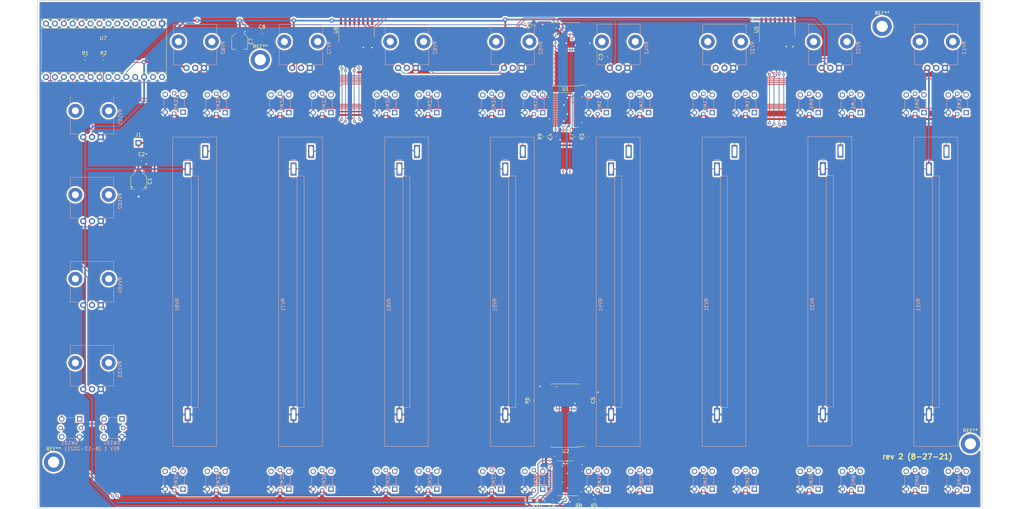
<source format=kicad_pcb>
(kicad_pcb (version 20210424) (generator pcbnew)
  (layers (0 "F.Cu" signal) (31 "B.Cu" signal) (34 "B.Paste" user) (35 "F.Paste" user) (36 "B.SilkS" user "B.Silkscreen") (37 "F.SilkS" user "F.Silkscreen") (38 "B.Mask" user) (39 "F.Mask" user) (44 "Edge.Cuts" user))
  (net 0 "")
  (net 1 "GND")
  (net 2 "VCC")
  (net 3 "/SDA")
  (net 4 "/SCL")
  (net 5 "Net-(R3-Pad1)")
  (net 6 "Net-(R4-Pad2)")
  (net 7 "Net-(R5-Pad1)")
  (net 8 "Net-(R6-Pad2)")
  (net 9 "/POT_FX_1")
  (net 10 "/POT_FX_2")
  (net 11 "/POT_GAIN_1")
  (net 12 "/POT_UTIL_1")
  (net 13 "/POT_FX_3")
  (net 14 "/POT_FX_4")
  (net 15 "/POT_GAIN_2")
  (net 16 "/POT_UTIL_2")
  (net 17 "/POT_GAIN_3")
  (net 18 "/POT_UTIL_3")
  (net 19 "/POT_GAIN_4")
  (net 20 "/POT_UTIL_4")
  (net 22 "/SW_REC")
  (net 24 "/LED_REC")
  (net 26 "/SW_PLAY")
  (net 28 "/LED_PLAY")
  (net 30 "/SW_MUTE_1")
  (net 32 "/LED_MUTE_1")
  (net 34 "/SW_PLAY_1")
  (net 36 "/LED_PLAY_1")
  (net 38 "/SW_SOLO_1")
  (net 40 "/LED_SOLO_1")
  (net 42 "/SW_REC_1")
  (net 44 "/LED_REC_1")
  (net 46 "/SW_MUTE_2")
  (net 48 "/LED_MUTE_2")
  (net 50 "/SW_PLAY_2")
  (net 52 "/LED_PLAY_2")
  (net 54 "/SW_SOLO_2")
  (net 56 "/LED_SOLO_2")
  (net 58 "/SW_REC_2")
  (net 60 "/LED_REC_2")
  (net 62 "/SW_MUTE_3")
  (net 64 "/LED_MUTE_3")
  (net 66 "/SW_PLAY_3")
  (net 68 "/LED_PLAY_3")
  (net 70 "/SW_SOLO_3")
  (net 72 "/LED_SOLO_3")
  (net 74 "/SW_REC_3")
  (net 76 "/LED_REC_3")
  (net 78 "/SW_MUTE_4")
  (net 80 "/LED_MUTE_4")
  (net 82 "/SW_PLAY_4")
  (net 84 "/LED_PLAY_4")
  (net 86 "/SW_SOLO_4")
  (net 88 "/LED_SOLO_4")
  (net 90 "/SW_REC_4")
  (net 92 "/LED_REC_4")
  (net 97 "/SW_MUTE_5")
  (net 98 "/SW_SOLO_5")
  (net 99 "/SW_PLAY_5")
  (net 100 "/SW_REC_5")
  (net 101 "/SW_MUTE_6")
  (net 102 "/SW_SOLO_6")
  (net 103 "/SW_PLAY_6")
  (net 104 "/SW_REC_6")
  (net 109 "/SW_MUTE_7")
  (net 110 "/SW_SOLO_7")
  (net 111 "/SW_PLAY_7")
  (net 112 "/SW_REC_7")
  (net 113 "/SW_MUTE_8")
  (net 114 "/SW_SOLO_8")
  (net 115 "/SW_PLAY_8")
  (net 116 "/SW_REC_8")
  (net 118 "/LED_MUTE_5")
  (net 119 "/LED_SOLO_5")
  (net 120 "/LED_PLAY_5")
  (net 121 "/LED_REC_5")
  (net 122 "/LED_MUTE_6")
  (net 123 "/LED_SOLO_6")
  (net 124 "/LED_PLAY_6")
  (net 125 "/LED_REC_6")
  (net 128 "/LED_MUTE_7")
  (net 129 "/LED_SOLO_7")
  (net 130 "/LED_PLAY_7")
  (net 131 "/LED_REC_7")
  (net 132 "/LED_MUTE_8")
  (net 133 "/LED_SOLO_8")
  (net 134 "/LED_PLAY_8")
  (net 135 "/LED_REC_8")
  (net 136 "/ADC0")
  (net 137 "/MUX_POT_A")
  (net 138 "/MUX_POT_B")
  (net 139 "/MUX_POT_C")
  (net 140 "/POT_GAIN_7")
  (net 141 "/POT_GAIN_8")
  (net 142 "/ADC1")
  (net 143 "/POT_UTIL_8")
  (net 144 "/POT_UTIL_7")
  (net 145 "/POT_UTIL_6")
  (net 146 "/POT_GAIN_5")
  (net 147 "/POT_UTIL_5")
  (net 148 "/POT_GAIN_6")
  (net 208 "Net-(R7-Pad1)")
  (net 209 "Net-(R8-Pad1)")
  (net 210 "+5V")
  (net 211 "Net-(R9-Pad2)")
  (net 212 "Net-(R10-Pad2)")
  (footprint "Resistor_SMD:R_0603_1608Metric_Pad0.98x0.95mm_HandSolder" (layer "F.Cu") (at 85.8012 94.996)
    (fp_text reference "R1")
    (fp_text value "2k")
  )
  (footprint "Resistor_SMD:R_0603_1608Metric_Pad0.98x0.95mm_HandSolder" (layer "F.Cu") (at 216.7636 117.3734 90)
    (fp_text reference "R9")
    (fp_text value "10k")
  )
  (footprint "Resistor_SMD:R_0603_1608Metric_Pad0.98x0.95mm_HandSolder" (layer "F.Cu") (at 214.4776 221.2594 180)
    (fp_text reference "R10")
    (fp_text value "10k")
  )
  (footprint "Package_SO:SOIC-28W_7.5x17.9mm_P1.27mm" (layer "F.Cu") (at 222.6508 93.8782 180)
    (fp_text reference "U1")
    (fp_text value "MCP23017_SO")
  )
  (footprint "MountingHole:MountingHole_3.2mm_M3_ISO14580_Pad" (layer "F.Cu") (at 76.7842 210.185)
    (fp_text reference "REF**")
    (fp_text value "MountingHole_3.2mm_M3_ISO14580_Pad")
  )
  (footprint "Capacitor_SMD:CP_Elec_4x4.5" (layer "F.Cu") (at 129.7686 90.1954 -90)
    (fp_text reference "C7")
    (fp_text value "10u")
  )
  (footprint "Package_SO:SOIC-16_3.9x9.9mm_P1.27mm" (layer "F.Cu") (at 163.0878 87.0202 90)
    (fp_text reference "U6")
    (fp_text value "CD4051B")
  )
  (footprint "Capacitor_SMD:CP_Elec_4x4.5" (layer "F.Cu") (at 101.0158 130.0446 -90)
    (fp_text reference "C1")
    (fp_text value "10u")
  )
  (footprint "Resistor_SMD:R_0603_1608Metric_Pad0.98x0.95mm_HandSolder" (layer "F.Cu") (at 225.7806 117.3734 -90)
    (fp_text reference "R7")
    (fp_text value "1k")
  )
  (footprint "Capacitor_SMD:C_0603_1608Metric_Pad1.08x0.95mm_HandSolder" (layer "F.Cu") (at 231.8766 192.5574 90)
    (fp_text reference "C5")
    (fp_text value "100n")
  )
  (footprint "Resistor_SMD:R_0603_1608Metric_Pad0.98x0.95mm_HandSolder" (layer "F.Cu") (at 228.7016 117.3734 -90)
    (fp_text reference "R3")
    (fp_text value "10k")
  )
  (footprint "Capacitor_SMD:C_0603_1608Metric_Pad1.08x0.95mm_HandSolder" (layer "F.Cu") (at 219.5576 117.3734 -90)
    (fp_text reference "C4")
    (fp_text value "100n")
  )
  (footprint "Resistor_SMD:R_0603_1608Metric_Pad0.98x0.95mm_HandSolder" (layer "F.Cu") (at 226.4156 221.2594)
    (fp_text reference "R8")
    (fp_text value "1k")
  )
  (footprint "Capacitor_SMD:C_0603_1608Metric_Pad1.08x0.95mm_HandSolder" (layer "F.Cu") (at 218.9226 221.2594 180)
    (fp_text reference "C6")
    (fp_text value "100n")
  )
  (footprint "Resistor_SMD:R_0603_1608Metric_Pad0.98x0.95mm_HandSolder" (layer "F.Cu") (at 213.5632 85.6996 90)
    (fp_text reference "R4")
    (fp_text value "10k")
  )
  (footprint "Package_SO:SOIC-16_3.9x9.9mm_P1.27mm" (layer "F.Cu") (at 282.9052 86.841 90)
    (fp_text reference "U5")
    (fp_text value "CD4051B")
  )
  (footprint "Package_SO:TSSOP-38_4.4x9.7mm_P0.5mm_thermal39p" (layer "F.Cu") (at 222.6818 109.7772 180)
    (fp_text reference "U3")
    (fp_text value "PCA9956BTWY")
  )
  (footprint "Package_SO:SOIC-28W_7.5x17.9mm_P1.27mm" (layer "F.Cu") (at 222.4278 196.905 180)
    (fp_text reference "U2")
    (fp_text value "MCP23017_SO")
  )
  (footprint "MountingHole:MountingHole_3.2mm_M3_ISO14580_Pad" (layer "F.Cu") (at 312.801 85.9282)
    (fp_text reference "REF**")
    (fp_text value "MountingHole_3.2mm_M3_ISO14580_Pad")
  )
  (footprint "Resistor_SMD:R_0603_1608Metric_Pad0.98x0.95mm_HandSolder" (layer "F.Cu") (at 213.0552 192.5574 90)
    (fp_text reference "R6")
    (fp_text value "10k")
  )
  (footprint "Capacitor_SMD:C_0603_1608Metric_Pad1.08x0.95mm_HandSolder" (layer "F.Cu") (at 101.8275 123.825)
    (fp_text reference "C2")
    (fp_text value "100n")
  )
  (footprint "Package_SO:TSSOP-38_4.4x9.7mm_P0.5mm_thermal39p" (layer "F.Cu") (at 222.5548 214.812 180)
    (fp_text reference "U4")
    (fp_text value "PCA9956BTWY")
  )
  (footprint "my_footprints:Teensy40_headers" (layer "F.Cu") (at 91.1352 92.7354 180)
    (fp_text reference "U7")
    (fp_text value "Teensy-LC_sidepins")
  )
  (footprint "Resistor_SMD:R_0603_1608Metric_Pad0.98x0.95mm_HandSolder" (layer "F.Cu") (at 230.8606 221.2594)
    (fp_text reference "R5")
    (fp_text value "10k")
  )
  (footprint "Connector_PinHeader_2.54mm:PinHeader_1x01_P2.54mm_Vertical" (layer "F.Cu") (at 100.9396 119.14085)
    (fp_text reference "J1")
    (fp_text value "USB_header")
  )
  (footprint "MountingHole:MountingHole_3.2mm_M3_ISO14580_Pad" (layer "F.Cu") (at 135.6614 95.4278)
    (fp_text reference "REF**")
    (fp_text value "MountingHole_3.2mm_M3_ISO14580_Pad")
  )
  (footprint "Resistor_SMD:R_0603_1608Metric_Pad0.98x0.95mm_HandSolder" (layer "F.Cu") (at 90.9574 94.9706 180)
    (fp_text reference "R2")
    (fp_text value "2k")
  )
  (footprint "MountingHole:MountingHole_3.2mm_M3_ISO14580_Pad" (layer "F.Cu") (at 337.947 204.9526)
    (fp_text reference "REF**")
    (fp_text value "MountingHole_3.2mm_M3_ISO14580_Pad")
  )
  (footprint "Capacitor_SMD:C_0603_1608Metric_Pad1.08x0.95mm_HandSolder" (layer "F.Cu") (at 136.1694 87.503)
    (fp_text reference "C8")
    (fp_text value "100n")
  )
  (footprint "Capacitor_SMD:C_0603_1608Metric_Pad1.08x0.95mm_HandSolder" (layer "F.Cu") (at 234.061 94.615 90)
    (fp_text reference "C3")
    (fp_text value "100n")
  )
  (footprint "my_footprints:Switch_button_LED_SPST_TS5_9.2mm" (layer "B.Cu") (at 153.267228 215.339 90)
    (fp_text reference "SW28")
    (fp_text value "SW_play")
  )
  (footprint "my_footprints:Potentiometer_TaydaRV9312_Alpha901F_AlpsRK09L" (layer "B.Cu") (at 205.074084 97.7622 90)
    (fp_text reference "RV52")
    (fp_text value "R_fx")
  )
  (footprint "my_footprints:Switch_button_LED_SPST_TS5_9.2mm" (layer "B.Cu") (at 243.727512 107.9992 90)
    (fp_text reference "SW15")
    (fp_text value "SW_mute")
  )
  (footprint "my_footprints:Switch_button_LED_SPST_TS5_9.2mm" (layer "B.Cu") (at 123.1138 215.339 90)
    (fp_text reference "SW32")
    (fp_text value "SW_play")
  )
  (footprint "my_footprints:Switch_button_LED_SPST_TS5_9.2mm" (layer "B.Cu") (at 231.727512 215.339 90)
    (fp_text reference "SW18")
    (fp_text value "SW_rec")
  )
  (footprint "my_footprints:Potentiometer_TaydaRV9312_Alpha901F_AlpsRK09L" (layer "B.Cu") (at 85.2316 165.401932 90)
    (fp_text reference "RV104")
    (fp_text value "R_fx_4")
  )
  (footprint "my_footprints:Switch_button_LED_SPST_TS5_9.2mm" (layer "B.Cu") (at 171.420656 215.339 90)
    (fp_text reference "SW26")
    (fp_text value "SW_rec")
  )
  (footprint "my_footprints:Switch_button_LED_SPST_TS5_9.2mm" (layer "B.Cu") (at 261.88094 215.339 90)
    (fp_text reference "SW14")
    (fp_text value "SW_rec")
  )
  (footprint "my_footprints:Switch_button_LED_SPST_TS5_9.2mm" (layer "B.Cu") (at 183.420656 215.339 90)
    (fp_text reference "SW24")
    (fp_text value "SW_play")
  )
  (footprint "my_footprints:pot_slide_alpha_RA6020F" (layer "B.Cu") (at 147.137288 161.5718 -90)
    (fp_text reference "RV71")
    (fp_text value "R_gain")
  )
  (footprint "my_footprints:Switch_button_LED_SPST_TS5_9.2mm" (layer "B.Cu") (at 123.1138 107.9992 90)
    (fp_text reference "SW31")
    (fp_text value "SW_mute")
  )
  (footprint "my_footprints:Switch_button_LED_SPST_TS5_9.2mm" (layer "B.Cu") (at 334.1878 107.9992 90)
    (fp_text reference "SW3")
    (fp_text value "SW_mute")
  )
  (footprint "my_footprints:pot_slide_alpha_RA6020F" (layer "B.Cu") (at 207.444144 161.5718 -90)
    (fp_text reference "RV51")
    (fp_text value "R_gain")
  )
  (footprint "my_footprints:Potentiometer_TaydaRV9312_Alpha901F_AlpsRK09L" (layer "B.Cu") (at 85.2316 117.4918 90)
    (fp_text reference "RV101")
    (fp_text value "R_fx_1")
  )
  (footprint "my_footprints:Switch_button_LED_SPST_TS5_9.2mm" (layer "B.Cu") (at 111.1138 215.339 90)
    (fp_text reference "SW34")
    (fp_text value "SW_rec")
  )
  (footprint "my_footprints:Switch_button_LED_SPST_TS5_9.2mm" (layer "B.Cu") (at 292.034368 107.9992 90)
    (fp_text reference "SW9")
    (fp_text value "SW_solo")
  )
  (footprint "my_footprints:Switch_button_LED_SPST_TS5_9.2mm" (layer "B.Cu") (at 322.1878 215.339 90)
    (fp_text reference "SW6")
    (fp_text value "SW_rec")
  )
  (footprint "my_footprints:pot_slide_alpha_RA6020F" (layer "B.Cu") (at 328.113944 161.5718 -90)
    (fp_text reference "RV11")
    (fp_text value "R_gain")
  )
  (footprint "my_footprints:Switch_button_LED_SPST_TS5_9.2mm" (layer "B.Cu") (at 334.1878 215.339 90)
    (fp_text reference "SW4")
    (fp_text value "SW_play")
  )
  (footprint "my_footprints:Potentiometer_TaydaRV9312_Alpha901F_AlpsRK09L" (layer "B.Cu") (at 325.6878 97.7622 90)
    (fp_text reference "RV12")
    (fp_text value "R_fx")
  )
  (footprint "my_footprints:Switch_button_LED_SPST_TS5_9.2mm" (layer "B.Cu") (at 213.574084 107.9992 90)
    (fp_text reference "SW19")
    (fp_text value "SW_mute")
  )
  (footprint "my_footprints:Switch_button_LED_SPST_TS5_9.2mm" (layer "B.Cu") (at 141.267228 107.9992 90)
    (fp_text reference "SW29")
    (fp_text value "SW_solo")
  )
  (footprint "my_footprints:Potentiometer_TaydaRV9312_Alpha901F_AlpsRK09L" (layer "B.Cu") (at 85.2316 141.446866 90)
    (fp_text reference "RV102")
    (fp_text value "R_fx_2")
  )
  (footprint "my_footprints:Switch_button_LED_SPST_TS5_9.2mm" (layer "B.Cu") (at 81.661 200.406 180)
    (fp_text reference "SW101")
    (fp_text value "SW_m_rec")
  )
  (footprint "my_footprints:Potentiometer_TaydaRV9312_Alpha901F_AlpsRK09L" (layer "B.Cu") (at 295.534368 97.7622 90)
    (fp_text reference "RV22")
    (fp_text value "R_fx")
  )
  (footprint "my_footprints:Switch_button_LED_SPST_TS5_9.2mm" (layer "B.Cu") (at 141.267228 215.339 90)
    (fp_text reference "SW30")
    (fp_text value "SW_rec")
  )
  (footprint "my_footprints:Potentiometer_TaydaRV9312_Alpha901F_AlpsRK09L" (layer "B.Cu") (at 114.6138 97.7622 90)
    (fp_text reference "RV82")
    (fp_text value "R_fx")
  )
  (footprint "my_footprints:Switch_button_LED_SPST_TS5_9.2mm" (layer "B.Cu") (at 183.420656 107.9992 90)
    (fp_text reference "SW23")
    (fp_text value "SW_mute")
  )
  (footprint "my_footprints:Switch_button_LED_SPST_TS5_9.2mm" (layer "B.Cu") (at 273.88094 215.339 90)
    (fp_text reference "SW12")
    (fp_text value "SW_play")
  )
  (footprint "my_footprints:Switch_button_LED_SPST_TS5_9.2mm" (layer "B.Cu") (at 201.574084 107.9992 90)
    (fp_text reference "SW21")
    (fp_text value "SW_solo")
  )
  (footprint "my_footprints:Potentiometer_TaydaRV9312_Alpha901F_AlpsRK09L" (layer "B.Cu") (at 174.920656 97.7622 90)
    (fp_text reference "RV62")
    (fp_text value "R_fx")
  )
  (footprint "my_footprints:Switch_button_LED_SPST_TS5_9.2mm" (layer "B.Cu") (at 304.034368 107.9992 90)
    (fp_text reference "SW7")
    (fp_text value "SW_mute")
  )
  (footprint "my_footprints:Switch_button_LED_SPST_TS5_9.2mm" (layer "B.Cu") (at 231.727512 107.9992 90)
    (fp_text reference "SW17")
    (fp_text value "SW_solo")
  )
  (footprint "my_footprints:pot_slide_alpha_RA6020F" (layer "B.Cu") (at 237.597572 161.5718 -90)
    (fp_text reference "RV41")
    (fp_text value "R_gain")
  )
  (footprint "my_footprints:Switch_button_LED_SPST_TS5_9.2mm" (layer "B.Cu") (at 111.1138 107.8722 90)
    (fp_text reference "SW33")
    (fp_text value "SW_solo")
  )
  (footprint "my_footprints:Switch_button_LED_SPST_TS5_9.2mm" (layer "B.Cu") (at 201.574084 215.339 90)
    (fp_text reference "SW22")
    (fp_text value "SW_rec")
  )
  (footprint "my_footprints:Potentiometer_TaydaRV9312_Alpha901F_AlpsRK09L" (layer "B.Cu") (at 144.767228 97.7622 90)
    (fp_text reference "RV72")
    (fp_text value "R_fx")
  )
  (footprint "my_footprints:Potentiometer_TaydaRV9312_Alpha901F_AlpsRK09L" (layer "B.Cu") (at 235.227512 97.7622 90)
    (fp_text reference "RV42")
    (fp_text value "R_fx")
  )
  (footprint "my_footprints:pot_slide_alpha_RA6020F" (layer "B.Cu") (at 177.290716 161.5718 -90)
    (fp_text reference "RV61")
    (fp_text value "R_gain")
  )
  (footprint "my_footprints:Switch_button_LED_SPST_TS5_9.2mm" (layer "B.Cu") (at 304.034368 215.339 90)
    (fp_text reference "SW8")
    (fp_text value "SW_play")
  )
  (footprint "my_footprints:Switch_button_LED_SPST_TS5_9.2mm" (layer "B.Cu") (at 213.574084 215.339 90)
    (fp_text reference "SW20")
    (fp_text value "SW_play")
  )
  (footprint "my_footprints:Switch_button_LED_SPST_TS5_9.2mm" (layer "B.Cu") (at 261.88094 107.9992 90)
    (fp_text reference "SW13")
    (fp_text value "SW_solo")
  )
  (footprint "my_footprints:Potentiometer_TaydaRV9312_Alpha901F_AlpsRK09L" (layer "B.Cu") (at 85.217 189.357 90)
    (fp_text reference "RV103")
    (fp_text value "R_fx_3")
  )
  (footprint "my_footprints:pot_slide_alpha_RA6020F" (layer "B.Cu") (at 267.751 161.5718 -90)
    (fp_text reference "RV31")
    (fp_text value "R_gain")
  )
  (footprint "my_footprints:Switch_button_LED_SPST_TS5_9.2mm" (layer "B.Cu") (at 273.88094 107.9992 90)
    (fp_text reference "SW11")
    (fp_text value "SW_mute")
  )
  (footprint "my_footprints:pot_slide_alpha_RA6020F" (layer "B.Cu") (at 116.98386 161.5718 -90)
    (fp_text reference "RV81")
    (fp_text value "R_gain")
  )
  (footprint "my_footprints:Switch_button_LED_SPST_TS5_9.2mm" (layer "B.Cu") (at 243.727512 215.339 90)
    (fp_text reference "SW16")
    (fp_text value "SW_play")
  )
  (footprint "my_footprints:Switch_button_LED_SPST_TS5_9.2mm" (layer "B.Cu") (at 292.034368 215.339 90)
    (fp_text reference "SW10")
    (fp_text value "SW_rec")
  )
  (footprint "my_footprints:Switch_button_LED_SPST_TS5_9.2mm" (layer "B.Cu") (at 171.420656 107.9992 90)
    (fp_text reference "SW25")
    (fp_text value "SW_solo")
  )
  (footprint "my_footprints:Switch_button_LED_SPST_TS5_9.2mm" (layer "B.Cu") (at 322.1878 107.9992 90)
    (fp_text reference "SW5")
    (fp_text value "SW_solo")
  )
  (footprint "my_footprints:Switch_button_LED_SPST_TS5_9.2mm" (layer "B.Cu") (at 153.267228 107.9992 90)
    (fp_text reference "SW27")
    (fp_text value "SW_mute")
  )
  (footprint "my_footprints:pot_slide_alpha_RA6020F" (layer "B.Cu") (at 297.904428 161.4718 -90)
    (fp_text reference "RV21")
    (fp_text value "R_gain")
  )
  (footprint "my_footprints:Potentiometer_TaydaRV9312_Alpha901F_AlpsRK09L" (layer "B.Cu") (at 265.38094 97.7622 90)
    (fp_text reference "RV32")
    (fp_text value "R_fx")
  )
  (footprint "my_footprints:Switch_button_LED_SPST_TS5_9.2mm" (layer "B.Cu") (at 93.726 200.406 180)
    (fp_text reference "SW102")
    (fp_text value "SW_m_play")
  )
  (gr_rect locked (start 72.3 78.5) (end 341.3 223.5) (layer "Edge.Cuts") (width 0.2) (fill none))
  (gr_text "REV 1 (8-12-2021)" (at 87.757 206.3242) (layer "B.SilkS") (effects (font (size 1 1)) (justify mirror)))
  (gr_text "rev 2 (8-27-21)" (at 322.8594 208.6102) (layer "F.SilkS") (effects (font (size 1.5 1.5) (thickness 0.3))))
  (segment (start 217.5256 217.4494) (end 218.0886 217.4494) (width 0.2) (layer "F.Cu") (net 1))
  (segment (start 225.5443 105.7772) (end 224.770076 105.7772) (width 0.2) (layer "F.Cu") (net 1))
  (segment (start 218.226 217.312) (end 219.6923 217.312) (width 0.2) (layer "F.Cu") (net 1))
  (segment (start 227.1776 113.3094) (end 227.076 113.411) (width 0.2) (layer "F.Cu") (net 1))
  (segment (start 220.9154 107.6336) (end 220.9154 105.7772) (width 0.2) (layer "F.Cu") (net 1))
  (segment (start 218.0498 112.2772) (end 219.8193 112.2772) (width 0.2) (layer "F.Cu") (net 1))
  (segment (start 227.25558 212.812) (end 227.3046 212.76298) (width 0.2) (layer "F.Cu") (net 1))
  (segment (start 224.50728 106.039996) (end 222.977304 106.039996) (width 0.2) (layer "F.Cu") (net 1))
  (segment (start 220.7718 107.7772) (end 220.9154 107.6336) (width 0.2) (layer "F.Cu") (net 1))
  (segment (start 223.8756 221.5134) (end 223.3676 222.0214) (width 0.2) (layer "F.Cu") (net 1))
  (segment (start 226.9998 220.9311) (end 226.9998 218.6474) (width 0.25) (layer "F.Cu") (net 1))
  (segment (start 217.7664 210.812) (end 217.6272 210.9512) (width 0.2) (layer "F.Cu") (net 1))
  (segment (start 226.9998 218.368) (end 226.4438 217.812) (width 0.2) (layer "F.Cu") (net 1))
  (segment (start 227.14 105.7772) (end 227.3554 105.9926) (width 0.2) (layer "F.Cu") (net 1))
  (segment (start 226.7098 113.7772) (end 225.5443 113.7772) (width 0.25) (layer "F.Cu") (net 1))
  (segment (start 226.4438 217.812) (end 225.4173 217.812) (width 0.2) (layer "F.Cu") (net 1))
  (segment (start 218.0886 217.4494) (end 218.226 217.312) (width 0.2) (layer "F.Cu") (net 1))
  (segment (start 227.1776 113.3094) (end 226.6454 112.7772) (width 0.2) (layer "F.Cu") (net 1))
  (segment (start 225.4173 212.812) (end 227.25558 212.812) (width 0.2) (layer "F.Cu") (net 1))
  (segment (start 218.7956 222.0214) (end 218.0601 221.2859) (width 0.2) (layer "F.Cu") (net 1))
  (segment (start 225.5443 105.7772) (end 227.14 105.7772) (width 0.2) (layer "F.Cu") (net 1))
  (segment (start 223.3676 222.0214) (end 218.7956 222.0214) (width 0.2) (layer "F.Cu") (net 1))
  (segment (start 217.5256 212.3694) (end 217.9682 212.812) (width 0.2) (layer "F.Cu") (net 1))
  (segment (start 224.840786 107.7772) (end 224.50728 107.443694) (width 0.2) (layer "F.Cu") (net 1))
  (segment (start 102.87 131.7718) (end 102.8192 131.8226) (width 0.5) (layer "F.Cu") (net 1))
  (segment (start 99.1108 131.7464) (end 99.1362 131.7718) (width 0.5) (layer "F.Cu") (net 1))
  (segment (start 218.1728 105.7772) (end 217.805 106.145) (width 0.2) (layer "F.Cu") (net 1))
  (segment (start 225.5443 107.7772) (end 224.840786 107.7772) (width 0.2) (layer "F.Cu") (net 1))
  (segment (start 100.9904 134.44935) (end 101.0158 134.42395) (width 0.5) (layer "F.Cu") (net 1))
  (segment (start 227.3281 221.2594) (end 226.9998 220.9311) (width 0.25) (layer "F.Cu") (net 1))
  (segment (start 219.6923 210.812) (end 217.7664 210.812) (width 0.2) (layer "F.Cu") (net 1))
  (segment (start 218.0336 112.2934) (end 218.0498 112.2772) (width 0.2) (layer "F.Cu") (net 1))
  (segment (start 226.6454 112.7772) (end 225.5443 112.7772) (width 0.2) (layer "F.Cu") (net 1))
  (segment (start 227.3046 210.8242) (end 227.2924 210.812) (width 0.2) (layer "F.Cu") (net 1))
  (segment (start 102.8192 131.8226) (end 101.4378 131.8226) (width 0.5) (layer "F.Cu") (net 1))
  (segment (start 227.1776 113.3094) (end 226.7098 113.7772) (width 0.25) (layer "F.Cu") (net 1))
  (segment (start 219.8193 105.7772) (end 220.9154 105.7772) (width 0.2) (layer "F.Cu") (net 1))
  (segment (start 217.9682 212.812) (end 219.6923 212.812) (width 0.2) (layer "F.Cu") (net 1))
  (segment (start 227.2924 210.812) (end 225.4173 210.812) (width 0.2) (layer "F.Cu") (net 1))
  (segment (start 224.50728 107.443694) (end 224.50728 106.039996) (width 0.2) (layer "F.Cu") (net 1))
  (segment (start 226.9998 218.749) (end 226.9998 218.6474) (width 0.2) (layer "F.Cu") (net 1))
  (segment (start 219.8193 105.7772) (end 218.1728 105.7772) (width 0.2) (layer "F.Cu") (net 1))
  (segment (start 226.9998 218.6474) (end 226.9998 218.368) (width 0.2) (layer "F.Cu") (net 1))
  (segment (start 101.0158 134.42395) (end 101.0158 132.2446) (width 0.5) (layer "F.Cu") (net 1))
  (segment (start 220.9154 105.7772) (end 222.6818 107.5436) (width 0.2) (layer "F.Cu") (net 1))
  (segment (start 224.770076 105.7772) (end 224.50728 106.039996) (width 0.2) (layer "F.Cu") (net 1))
  (segment (start 219.8193 107.7772) (end 220.7718 107.7772) (width 0.2) (layer "F.Cu") (net 1))
  (segment (start 99.1362 131.7718) (end 100.6176 131.7718) (width 0.5) (layer "F.Cu") (net 1))
  (via (at 215.3158 188.5992) (size 0.8) (drill 0.4) (layers "F.Cu" "B.Cu") (net 1))
  (via (at 216.7636 221.2594) (size 0.6) (drill 0.3) (layers "F.Cu" "B.Cu") (net 1))
  (via (at 167.513 91.9718) (size 0.8) (drill 0.4) (layers "F.Cu" "B.Cu") (net 1))
  (via (at 223.0628 209.859) (size 0.6) (drill 0.3) (layers "F.Cu" "B.Cu") (net 1))
  (via (at 218.2876 118.2624) (size 0.8) (drill 0.4) (layers "F.Cu" "B.Cu") (net 1))
  (via (at 220.091 188.6246) (size 0.6) (drill 0.3) (layers "F.Cu" "B.Cu") (net 1))
  (via (at 223.139 213.36) (size 0.6) (drill 0.3) (layers "F.Cu" "B.Cu") (net 1))
  (via (at 223.139 106.3355) (size 0.8) (drill 0.4) (layers "F.Cu" "B.Cu") (net 1))
  (via (at 227.3554 105.9926) (size 0.6) (drill 0.3) (layers "F.Cu" "B.Cu") (net 1))
  (via (at 227.3046 210.8242) (size 0.6) (drill 0.3) (layers "F.Cu" "B.Cu") (net 1))
  (via (at 287.3502 91.6924) (size 0.8) (drill 0.4) (layers "F.Cu" "B.Cu") (net 1))
  (via (at 221.742 211.328) (size 0.6) (drill 0.3) (layers "F.Cu" "B.Cu") (net 1))
  (via (at 103.2087 122.28375) (size 0.8) (drill 0.4) (layers "F.Cu" "B.Cu") (net 1))
  (via (at 221.742 215.9) (size 0.6) (drill 0.3) (layers "F.Cu" "B.Cu") (net 1))
  (via (at 217.5256 217.4494) (size 0.6) (drill 0.3) (layers "F.Cu" "B.Cu") (net 1))
  (via (at 102.87 131.7718) (size 0.8) (drill 0.4) (layers "F.Cu" "B.Cu") (net 1))
  (via (at 219.4814 208.462) (size 0.6) (drill 0.3) (layers "F.Cu" "B.Cu") (net 1))
  (via (at 223.8756 221.5134) (size 0.8) (drill 0.4) (layers "F.Cu" "B.Cu") (net 1))
  (via (at 218.0336 112.2934) (size 0.6) (drill 0.3) (layers "F.Cu" "B.Cu") (net 1))
  (via (at 99.1108 131.7464) (size 0.8) (drill 0.4) (layers "F.Cu" "B.Cu") (net 1))
  (via (at 230.505 219.5258) (size 0.8) (drill 0.4) (layers "F.Cu" "B.Cu") (net 1))
  (via (at 222.123 112.903) (size 0.8) (drill 0.4) (layers "F.Cu" "B.Cu") (net 1))
  (via (at 222.123 108.331) (size 0.8) (drill 0.4) (layers "F.Cu" "B.Cu") (net 1))
  (via (at 225.4504 91.3384) (size 0.8) (drill 0.4) (layers "F.Cu" "B.Cu") (net 1))
  (via (at 285.4706 91.667) (size 0.8) (drill 0.4) (layers "F.Cu" "B.Cu") (net 1))
  (via (at 227.3046 212.76298) (size 0.6) (drill 0.3) (layers "F.Cu" "B.Cu") (net 1))
  (via (at 217.805 106.145) (size 0.6) (drill 0.3) (layers "F.Cu" "B.Cu") (net 1))
  (via (at 217.6272 210.9512) (size 0.6) (drill 0.3) (layers "F.Cu" "B.Cu") (net 1))
  (via (at 164.9984 91.9464) (size 0.8) (drill 0.4) (layers "F.Cu" "B.Cu") (net 1))
  (via (at 217.5256 212.3694) (size 0.6) (drill 0.3) (layers "F.Cu" "B.Cu") (net 1))
  (via (at 223.139 217.551) (size 0.6) (drill 0.3) (layers "F.Cu" "B.Cu") (net 1))
  (via (at 103.2499 125.18335) (size 0.8) (drill 0.4) (layers "F.Cu" "B.Cu") (net 1))
  (via (at 219.9386 86.3584) (size 0.6) (drill 0.3) (layers "F.Cu" "B.Cu") (net 1))
  (via (at 223.139 110.9456) (size 0.8) (drill 0.4) (layers "F.Cu" "B.Cu") (net 1))
  (via (at 222.8088 90.7272) (size 0.8) (drill 0.4) (layers "F.Cu" "B.Cu") (net 1))
  (via (at 100.9904 134.44935) (size 1.2) (drill 0.6) (layers "F.Cu" "B.Cu") (net 1))
  (via (at 227.1776 113.3094) (size 0.6) (drill 0.3) (layers "F.Cu" "B.Cu") (net 1))
  (via (at 221.0816 118.2624) (size 0.8) (drill 0.4) (layers "F.Cu" "B.Cu") (net 1))
  (via (at 231.8512 190.2206) (size 0.8) (drill 0.4) (layers "F.Cu" "B.Cu") (net 1))
  (via (at 226.9998 218.6474) (size 0.6) (drill 0.3) (layers "F.Cu" "B.Cu") (net 1))
  (via (at 216.1032 85.4186) (size 0.8) (drill 0.4) (layers "F.Cu" "B.Cu") (net 1))
  (via (at 229.5144 90.7018) (size 0.8) (drill 0.4) (layers "F.Cu" "B.Cu") (net 1))
  (via (at 225.298 193.4506) (size 0.8) (drill 0.4) (layers "F.Cu" "B.Cu") (net 1))
  (segment (start 213.0552 193.4699) (end 215.8511 193.4699) (width 0.2) (layer "F.Cu") (net 2))
  (segment (start 218.9226 220.2434) (end 219.7851 221.1059) (width 0.2) (layer "F.Cu") (net 2))
  (segment (start 237.287312 99.822) (end 235.227512 97.7622) (width 0.2) (layer "F.Cu") (net 2))
  (segment (start 145.1864 84.2264) (end 145.1864 97.343028) (width 0.5) (layer "F.Cu") (net 2))
  (segment (start 216.861 192.46) (end 217.7778 192.46) (width 0.25) (layer "F.Cu") (net 2))
  (segment (start 91.186 93.091) (end 91.8699 93.7749) (width 0.2) (layer "F.Cu") (net 2))
  (segment (start 263.32114 99.822) (end 237.287312 99.822) (width 0.2) (layer "F.Cu") (net 2))
  (segment (start 213.5632 86.6121) (end 213.9966 86.6121) (width 0.2) (layer "F.Cu") (net 2))
  (segment (start 326.113944 126.5718) (end 296.004428 126.5718) (width 0.2) (layer "F.Cu") (net 2))
  (segment (start 230.4297 91.9732) (end 235.227512 96.771012) (width 0.2) (layer "F.Cu") (net 2))
  (segment (start 215.8511 193.4699) (end 216.861 192.46) (width 0.2) (layer "F.Cu") (net 2))
  (segment (start 220.091 195) (end 220.091 193.7482) (width 0.2) (layer "F.Cu") (net 2))
  (segment (start 278.065 83.9708) (end 278.4602 84.366) (width 0.5) (layer "F.Cu") (net 2))
  (segment (start 219.8116 90.219) (end 219.0258 89.4332) (width 0.2) (layer "F.Cu") (net 2))
  (segment (start 218.8028 192.46) (end 217.7778 192.46) (width 0.2) (layer "F.Cu") (net 2))
  (segment (start 114.3254 84.2518) (end 117.6782 84.2518) (width 0.5) (layer "F.Cu") (net 2))
  (segment (start 102.5398 96.0374) (end 112.2778 96.0374) (width 0.5) (layer "F.Cu") (net 2))
  (segment (start 93.0383 96.139) (end 91.8699 94.9706) (width 0.2) (layer "F.Cu") (net 2))
  (segment (start 227.0778 195) (end 230.2965 195) (width 0.2) (layer "F.Cu") (net 2))
  (segment (start 218.5386 116.5109) (end 216.7636 118.2859) (width 0.2) (layer "F.Cu") (net 2))
  (segment (start 91.8699 93.7749) (end 91.8699 94.9706) (width 0.2) (layer "F.Cu") (net 2))
  (segment (start 230.2965 195) (end 231.8766 193.4199) (width 0.2) (layer "F.Cu") (net 2))
  (segment (start 84.8887 93.8765) (end 85.6742 93.091) (width 0.2) (layer "F.Cu") (net 2))
  (segment (start 135.3069 87.503) (end 133.0706 87.503) (width 0.25) (layer "F.Cu") (net 2))
  (segment (start 235.227512 96.771012) (end 235.227512 97.7622) (width 0.2) (layer "F.Cu") (net 2))
  (segment (start 216.8177 89.4332) (end 218.0008 89.4332) (width 0.2) (layer "F.Cu") (net 2))
  (segment (start 218.9974 89.4332) (end 219.9894 88.4412) (width 0.2) (layer "F.Cu") (net 2))
  (segment (start 156.0068 84.2756) (end 158.3732 84.2756) (width 0.5) (layer "F.Cu") (net 2))
  (segment (start 216.2556 220.2434) (end 218.9226 220.2434) (width 0.2) (layer "F.Cu") (net 2))
  (segment (start 219.8116 115.3414) (end 219.8116 114.2849) (width 0.2) (layer "F.Cu") (net 2))
  (segment (start 222.4786 220.8784) (end 221.5896 220.8784) (width 0.2) (layer "F.Cu") (net 2))
  (segment (start 295.534368 97.7622) (end 297.160768 99.3886) (width 0.5) (layer "F.Cu") (net 2))
  (segment (start 215.3901 221.1089) (end 216.2556 220.2434) (width 0.2) (layer "F.Cu") (net 2))
  (segment (start 102.4382 96.139) (end 93.0383 96.139) (width 0.2) (layer "F.Cu") (net 2))
  (segment (start 297.160768 99.3886) (end 324.0614 99.3886) (width 0.5) (layer "F.Cu") (net 2))
  (segment (start 84.8887 94.996) (end 84.8887 93.8765) (width 0.2) (layer "F.Cu") (net 2))
  (segment (start 220.1661 220.8784) (end 219.7851 221.2594) (width 0.25) (layer "F.Cu") (net 2))
  (segment (start 219.8116 115.3414) (end 219.8116 116.2569) (width 0.2) (layer "F.Cu") (net 2))
  (segment (start 112.2778 96.0374) (end 114.3082 98.0678) (width 0.5) (layer "F.Cu") (net 2))
  (segment (start 102.489 96.0882) (end 102.4382 96.139) (width 0.2) (layer "F.Cu") (net 2))
  (segment (start 129.8194 88.3446) (end 129.8194 84.2518) (width 0.5) (layer "F.Cu") (net 2))
  (segment (start 219.8116 90.6764) (end 219.8116 90.219) (width 0.2) (layer "F.Cu") (net 2))
  (segment (start 265.751 126.5718) (end 295.804428 126.5718) (width 0.2) (layer "F.Cu") (net 2))
  (segment (start 222.4786 220.8784) (end 220.1661 220.8784) (width 0.25) (layer "F.Cu") (net 2))
  (segment (start 221.5896 220.8784) (end 220.0232 219.312) (width 0.2) (layer "F.Cu") (net 2))
  (segment (start 324.0614 99.3886) (end 325.6878 97.7622) (width 0.5) (layer "F.Cu") (net 2))
  (segment (start 205.4606 97.375684) (end 205.4606 83.9978) (width 0.5) (layer "F.Cu") (net 2))
  (segment (start 175.290716 126.5718) (end 205.444144 126.5718) (width 0.2) (layer "F.Cu") (net 2))
  (segment (start 102.489 96.0882) (end 114.3254 84.2518) (width 0.5) (layer "F.Cu") (net 2))
  (segment (start 218.0008 89.4332) (end 219.0258 89.4332) (width 0.2) (layer "F.Cu") (net 2))
  (segment (start 213.9966 86.6121) (end 216.8177 89.4332) (width 0.2) (layer "F.Cu") (net 2))
  (segment (start 219.5576 116.5109) (end 218.5386 116.5109) (width 0.2) (layer "F.Cu") (net 2))
  (segment (start 114.98386 126.5718) (end 145.137288 126.5718) (width 0.2) (layer "F.Cu") (net 2))
  (segment (start 220.091 193.7482) (end 218.8028 192.46) (width 0.2) (layer "F.Cu") (net 2))
  (segment (start 133.0706 87.503) (end 129.8194 84.2518) (width 0.25) (layer "F.Cu") (net 2))
  (segment (start 265.38094 97.7622) (end 263.32114 99.822) (width 0.2) (layer "F.Cu") (net 2))
  (segment (start 145.137288 126.5718) (end 175.290716 126.5718) (width 0.2) (layer "F.Cu") (net 2))
  (segment (start 227.3008 91.9732) (end 230.4297 91.9732) (width 0.2) (layer "F.Cu") (net 2))
  (segment (start 158.3732 84.2756) (end 158.6428 84.5452) (width 0.5) (layer "F.Cu") (net 2))
  (segment (start 227.0778 195) (end 225.0186 195) (width 0.2) (layer "F.Cu") (net 2))
  (segment (start 275.971 83.9708) (end 278.065 83.9708) (width 0.5) (layer "F.Cu") (net 2))
  (segment (start 85.6742 93.091) (end 91.186 93.091) (width 0.2) (layer "F.Cu") (net 2))
  (segment (start 265.751 126.5718) (end 235.597572 126.5718) (width 0.2) (layer "F.Cu") (net 2))
  (via (at 129.8194 84.2518) (size 1.2) (drill 0.6) (layers "F.Cu" "B.Cu") (net 2))
  (via (at 225.0186 195) (size 0.6) (drill 0.3) (layers "F.Cu" "B.Cu") (net 2))
  (via (at 219.8116 90.6764) (size 0.6) (drill 0.3) (layers "F.Cu" "B.Cu") (net 2))
  (via (at 219.8116 115.3414) (size 0.6) (drill 0.3) (layers "F.Cu" "B.Cu") (net 2))
  (via (at 117.6782 84.2518) (size 1.2) (drill 0.6) (layers "F.Cu" "B.Cu") (net 2))
  (via (at 219.9894 88.4412) (size 0.6) (drill 0.3) (layers "F.Cu" "B.Cu") (net 2))
  (via (at 220.091 195) (size 0.6) (drill 0.3) (layers "F.Cu" "B.Cu") (net 2))
  (via (at 222.4786 220.8784) (size 1.2) (drill 0.6) (layers "F.Cu" "B.Cu") (net 2))
  (via (at 205.4606 83.9978) (size 1.2) (drill 0.6) (layers "F.Cu" "B.Cu") (net 2))
  (via (at 275.971 83.9708) (size 0.6) (drill 0.3) (layers "F.Cu" "B.Cu") (net 2))
  (via (at 145.1864 84.2264) (size 1.2) (drill 0.6) (layers "F.Cu" "B.Cu") (net 2))
  (via (at 102.489 96.0882) (size 1.2) (drill 0.6) (layers "F.Cu" "B.Cu") (net 2))
  (via (at 156.0068 84.2756) (size 1.2) (drill 0.6) (layers "F.Cu" "B.Cu") (net 2))
  (segment (start 145.1626 84.2502) (end 129.821 84.2502) (width 0.5) (layer "B.Cu") (net 2))
  (segment (start 95.4532 114.4016) (end 88.0364 114.4016) (width 0.5) (layer "B.Cu") (net 2))
  (segment (start 219.7862 115.316) (end 219.7862 90.7018) (width 0.2) (layer "B.Cu") (net 2))
  (segment (start 156.0068 84.2756) (end 156.0338 84.3026) (width 0.5) (layer "B.Cu") (net 2))
  (segment (start 85.8012 142.016466) (end 85.8012 164.832332) (width 0.5) (layer "B.Cu") (net 2))
  (segment (start 88.0364 114.4016) (end 85.2316 117.2064) (width 0.5) (layer "B.Cu") (net 2))
  (segment (start 219.7862 90.7018) (end 219.8116 90.6764) (width 0.2) (layer "B.Cu") (net 2))
  (segment (start 296.3926 96.903968) (end 295.534368 97.7622) (width 0.5) (layer "B.Cu") (net 2))
  (segment (start 203.522284 99.314) (end 176.472456 99.314) (width 0.2) (layer "B.Cu") (net 2))
  (segment (start 87.7316 215.940277) (end 87.7316 192.2526) (width 0.5) (layer "B.Cu") (net 2))
  (segment (start 85.7758 165.946132) (end 85.7758 188.7982) (width 0.5) (layer "B.Cu") (net 2))
  (segment (start 236.7788 84.0216) (end 236.728 83.9708) (width 0.5) (layer "B.Cu") (net 2))
  (segment (start 205.074084 97.7622) (end 203.522284 99.314) (width 0.2) (layer "B.Cu") (net 2))
  (segment (start 219.8116 115.3414) (end 219.7862 115.316) (width 0.2) (layer "B.Cu") (net 2))
  (segment (start 102.5652 107.2896) (end 95.4532 114.4016) (width 0.5) (layer "B.Cu") (net 2))
  (segment (start 145.1864 84.2264) (end 145.2356 84.2756) (width 0.5) (layer "B.Cu") (net 2))
  (segment (start 102.489 96.0882) (end 102.5652 96.1644) (width 0.5) (layer "B.Cu") (net 2))
  (segment (start 85.7758 126.5882) (end 85.791 126.6034) (width 0.5) (layer "B.Cu") (net 2))
  (segment (start 85.7758 140.902666) (end 85.7758 118.036) (width 0.5) (layer "B.Cu") (net 2))
  (segment (start 94.447723 222.6564) (end 87.7316 215.940277) (width 0.5) (layer "B.Cu") (net 2))
  (segment (start 117.6782 84.2518) (end 117.6798 84.2502) (width 0.5) (layer "B.Cu") (net 2))
  (segment (start 102.5652 96.1644) (end 102.5652 100.3554) (width 0.5) (layer "B.Cu") (net 2))
  (segment (start 222.4786 220.8784) (end 222.4786 195.1016) (width 0.2) (layer "B.Cu") (net 2))
  (segment (start 219.9894 88.4412) (end 221.7928 86.6378) (width 0.5) (layer "B.Cu") (net 2))
  (segment (start 221.7928 83.9708) (end 205.4876 83.9708) (width 0.5) (layer "B.Cu") (net 2))
  (segment (start 85.791 126.6034) (end 114.867272 126.6034) (width 0.5) (layer "B.Cu") (net 2))
  (segment (start 145.2356 84.2756) (end 156.0068 84.2756) (width 0.5) (layer "B.Cu") (net 2))
  (segment (start 129.821 84.2502) (end 129.8194 84.2518) (width 0.5) (layer "B.Cu") (net 2))
  (segment (start 236.728 83.9708) (end 221.7928 83.9708) (width 0.5) (layer "B.Cu") (net 2))
  (segment (start 220.091 195) (end 225.0186 195) (width 0.2) (layer "B.Cu") (net 2))
  (segment (start 145.1864 84.2264) (end 145.1626 84.2502) (width 0.5) (layer "B.Cu") (net 2))
  (segment (start 85.2316 117.4918) (end 85.7758 118.036) (width 0.5) (layer "B.Cu") (net 2))
  (segment (start 87.7316 192.2526) (end 85.217 189.738) (width 0.5) (layer "B.Cu") (net 2))
  (segment (start 222.4786 220.8784) (end 220.7006 222.6564) (width 0.5) (layer "B.Cu") (net 2))
  (segment (start 129.8178 84.2502) (end 129.8194 84.2518) (width 0.5) (layer "B.Cu") (net 2))
  (segment (start 235.227512 97.639488) (end 236.7788 96.0882) (width 0.5) (layer "B.Cu") (net 2))
  (segment (start 205.1558 84.3026) (end 205.4606 83.9978) (width 0.5) (layer "B.Cu") (net 2))
  (segment (start 176.472456 99.314) (end 174.920656 97.7622) (width 0.2) (layer "B.Cu") (net 2))
  (segment (start 85.2316 141.446866) (end 85.7758 140.902666) (width 0.5) (layer "B.Cu") (net 2))
  (segment (start 85.2316 141.446866) (end 85.8012 142.016466) (width 0.5) (layer "B.Cu") (net 2))
  (segment (start 293.37 83.9708) (end 296.3926 86.9934) (width 0.5) (layer "B.Cu") (net 2))
  (segment (start 156.0338 84.3026) (end 205.1558 84.3026) (width 0.5) (layer "B.Cu") (net 2))
  (segment (start 275.971 83.9708) (end 236.728 83.9708) (width 0.5) (layer "B.Cu") (net 2))
  (segment (start 220.7006 222.6564) (end 94.447723 222.6564) (width 0.5) (layer "B.Cu") (net 2))
  (segment (start 236.7788 96.0882) (end 236.7788 84.0216) (width 0.5) (layer "B.Cu") (net 2))
  (segment (start 326.113944 97.809) (end 326.113944 127.5468) (width 0.5) (layer "B.Cu") (net 2))
  (segment (start 296.3926 86.9934) (end 296.3926 96.903968) (width 0.5) (layer "B.Cu") (net 2))
  (segment (start 221.7928 86.6378) (end 221.7928 83.9708) (width 0.5) (layer "B.Cu") (net 2))
  (segment (start 85.7758 188.7982) (end 85.217 189.357) (width 0.5) (layer "B.Cu") (net 2))
  (segment (start 85.2316 165.401932) (end 85.7758 165.946132) (width 0.5) (layer "B.Cu") (net 2))
  (segment (start 117.6798 84.2502) (end 129.8178 84.2502) (width 0.5) (layer "B.Cu") (net 2))
  (segment (start 325.6878 97.7622) (end 326.1878 98.2622) (width 0.5) (layer "B.Cu") (net 2))
  (segment (start 205.4876 83.9708) (end 205.4606 83.9978) (width 0.5) (layer "B.Cu") (net 2))
  (segment (start 102.5652 100.3554) (end 102.5652 107.2896) (width 0.5) (layer "B.Cu") (net 2))
  (segment (start 275.971 83.9708) (end 293.37 83.9708) (width 0.5) (layer "B.Cu") (net 2))
  (segment (start 85.8012 164.832332) (end 85.2316 165.401932) (width 0.5) (layer "B.Cu") (net 2))
  (segment (start 222.4786 195.1016) (end 222.377 195) (width 0.2) (layer "B.Cu") (net 2))
  (segment (start 94.0308 106.4768) (end 90.9918 103.4378) (width 0.2) (layer "F.Cu") (net 3))
  (segment (start 225.1456 191.825) (end 228.5492 191.825) (width 0.2) (layer "F.Cu") (net 3))
  (segment (start 86.7137 94.2359) (end 86.7137 94.996) (width 0.2) (layer "F.Cu") (net 3))
  (segment (start 228.981 191.3932) (end 228.981 190.4026) (width 0.2) (layer "F.Cu") (net 3))
  (segment (start 223.8756 127.2818) (end 223.8756 187.7428) (width 0.2) (layer "F.Cu") (net 3))
  (segment (start 90.9918 94.2938) (end 90.4494 93.7514) (width 0.2) (layer "F.Cu") (net 3))
  (segment (start 86.7137 99.7439) (end 87.3252 100.3554) (width 0.2) (layer "F.Cu") (net 3))
  (segment (start 229.1588 88.365) (end 229.1588 87.3744) (width 0.2) (layer "F.Cu") (net 3))
  (segment (start 228.5492 191.825) (end 228.981 191.3932) (width 0.2) (layer "F.Cu") (net 3))
  (segment (start 228.727 88.7968) (end 229.1588 88.365) (width 0.2) (layer "F.Cu") (net 3))
  (segment (start 219.4052 83.4628) (end 210.6676 83.4628) (width 0.2) (layer "F.Cu") (net 3))
  (segment (start 208.8134 85.317) (end 208.8134 98.652) (width 0.2) (layer "F.Cu") (net 3))
  (segment (start 228.6776 86.8932) (end 227.3008 86.8932) (width 0.2) (layer "F.Cu") (net 3))
  (segment (start 220.466524 218.812) (end 221.013124 219.3586) (width 0.2) (layer "F.Cu") (net 3))
  (segment (start 224.3074 218.8506) (end 224.3074 192.6632) (width 0.2) (layer "F.Cu") (net 3))
  (segment (start 228.4984 189.92) (end 227.0778 189.92) (width 0.2) (layer "F.Cu") (net 3))
  (segment (start 220.9546 114.208986) (end 220.522814 113.7772) (width 0.2) (layer "F.Cu") (net 3))
  (segment (start 223.7486 115.4684) (end 221.5896 115.4684) (width 0.2) (layer "F.Cu") (net 3))
  (segment (start 221.5896 115.4684) (end 220.9546 114.8334) (width 0.2) (layer "F.Cu") (net 3))
  (segment (start 221.013124 219.3586) (end 223.7994 219.3586) (width 0.2) (layer "F.Cu") (net 3))
  (segment (start 86.7137 94.996) (end 86.7137 99.7439) (width 0.2) (layer "F.Cu") (net 3))
  (segment (start 104.394 106.4768) (end 94.0308 106.4768) (width 0.2) (layer "F.Cu") (net 3))
  (segment (start 110.9234 99.9474) (end 104.394 106.4768) (width 0.2) (layer "F.Cu") (net 3))
  (segment (start 223.8756 187.7428) (end 226.0528 189.92) (width 0.2) (layer "F.Cu") (net 3))
  (segment (start 90.4494 93.7514) (end 87.1982 93.7514) (width 0.2) (layer "F.Cu") (net 3))
  (segment (start 224.3074 192.6632) (end 225.1456 191.825) (width 0.2) (layer "F.Cu") (net 3))
  (segment (start 210.6676 83.4628) (end 208.8134 85.317) (width 0.2) (layer "F.Cu") (net 3))
  (segment (start 207.518 99.9474) (end 110.9234 99.9474) (width 0.2) (layer "F.Cu") (net 3))
  (segment (start 228.981 190.4026) (end 228.4984 189.92) (width 0.2) (layer "F.Cu") (net 3))
  (segment (start 225.0694 88.7968) (end 228.727 88.7968) (width 0.2) (layer "F.Cu") (net 3))
  (segment (start 220.9546 114.8334) (end 220.9546 114.208986) (width 0.2) (layer "F.Cu") (net 3))
  (segment (start 226.0528 189.92) (end 227.0778 189.92) (width 0.2) (layer "F.Cu") (net 3))
  (segment (start 224.5106 89.3556) (end 225.0694 88.7968) (width 0.2) (layer "F.Cu") (net 3))
  (segment (start 220.522814 113.7772) (end 219.8193 113.7772) (width 0.2) (layer "F.Cu") (net 3))
  (segment (start 227.3008 86.8932) (end 222.8356 86.8932) (width 0.2) (layer "F.Cu") (net 3))
  (segment (start 229.1588 87.3744) (end 228.6776 86.8932) (width 0.2) (layer "F.Cu") (net 3))
  (segment (start 208.8134 98.652) (end 207.518 99.9474) (width 0.2) (layer "F.Cu") (net 3))
  (segment (start 223.7994 219.3586) (end 224.3074 218.8506) (width 0.2) (layer "F.Cu") (net 3))
  (segment (start 90.9918 103.4378) (end 90.9918 94.2938) (width 0.2) (layer "F.Cu") (net 3))
  (segment (start 87.1982 93.7514) (end 86.7137 94.2359) (width 0.2) (layer "F.Cu") (net 3))
  (segment (start 224.5106 89.4334) (end 224.5106 89.3556) (width 0.2) (layer "F.Cu") (net 3))
  (segment (start 219.6923 218.812) (end 220.466524 218.812) (width 0.2) (layer "F.Cu") (net 3))
  (segment (start 222.8356 86.8932) (end 219.4052 83.4628) (width 0.2) (layer "F.Cu") (net 3))
  (via (at 223.7486 115.4684) (size 0.6) (drill 0.3) (layers "F.Cu" "B.Cu") (net 3))
  (via (at 223.8756 127.2818) (size 0.6) (drill 0.3) (layers "F.Cu" "B.Cu") (net 3))
  (via (at 224.5106 89.4334) (size 0.6) (drill 0.3) (layers "F.Cu" "B.Cu") (net 3))
  (segment (start 224.5106 114.7064) (end 223.7486 115.4684) (width 0.2) (layer "B.Cu") (net 3))
  (segment (start 223.8756 127.2818) (end 223.8756 115.5954) (width 0.2) (layer "B.Cu") (net 3))
  (segment (start 223.8756 115.5954) (end 223.7486 115.4684) (width 0.2) (layer "B.Cu") (net 3))
  (segment (start 224.5106 89.4334) (end 224.5106 114.7064) (width 0.2) (layer "B.Cu") (net 3))
  (segment (start 221.825014 114.5794) (end 220.522814 113.2772) (width 0.2) (layer "F.Cu") (net 4))
  (segment (start 220.8276 218.114) (end 220.8276 193.0188) (width 0.2) (layer "F.Cu") (net 4))
  (segment (start 223.8756 88.1634) (end 222.912 88.1634) (width 0.2) (layer "F.Cu") (net 4))
  (segment (start 221.9706 114.5794) (end 221.825014 114.5794) (width 0.2) (layer "F.Cu") (net 4))
  (segment (start 223.8758 88.1632) (end 227.3008 88.1632) (width 0.2) (layer "F.Cu") (net 4))
  (segment (start 223.8756 88.1634) (end 223.8758 88.1632) (width 0.2) (layer "F.Cu") (net 4))
  (segment (start 93.4974 107.2134) (end 89.8652 103.5812) (width 0.2) (layer "F.Cu") (net 4))
  (segment (start 89.8652 103.5812) (end 89.8652 100.3554) (width 0.2) (layer "F.Cu") (net 4))
  (segment (start 220.6296 218.312) (end 220.8276 218.114) (width 0.2) (layer "F.Cu") (net 4))
  (segment (start 104.6226 107.2134) (end 93.4974 107.2134) (width 0.2) (layer "F.Cu") (net 4))
  (segment (start 221.9706 127.2794) (end 221.9706 187.634) (width 0.2) (layer "F.Cu") (net 4))
  (segment (start 111.4314 100.4046) (end 104.6226 107.2134) (width 0.2) (layer "F.Cu") (net 4))
  (segment (start 218.6432 83.8946) (end 211.2264 83.8946) (width 0.2) (layer "F.Cu") (net 4))
  (segment (start 209.3976 85.7234) (end 209.3976 94.7166) (width 0.2) (layer "F.Cu") (net 4))
  (segment (start 222.6564 191.19) (end 227.0778 191.19) (width 0.2) (layer "F.Cu") (net 4))
  (segment (start 209.3976 94.7166) (end 211.709 97.028) (width 0.2) (layer "F.Cu") (net 4))
  (segment (start 220.8276 193.0188) (end 222.6564 191.19) (width 0.2) (layer "F.Cu") (net 4))
  (segment (start 211.709 97.028) (end 211.709 98.1694) (width 0.2) (layer "F.Cu") (net 4))
  (segment (start 211.709 98.1694) (end 209.4738 100.4046) (width 0.2) (layer "F.Cu") (net 4))
  (segment (start 219.6923 218.312) (end 220.6296 218.312) (width 0.2) (layer "F.Cu") (net 4))
  (segment (start 221.9706 187.634) (end 225.5266 191.19) (width 0.2) (layer "F.Cu") (net 4))
  (segment (start 211.2264 83.8946) (end 209.3976 85.7234) (width 0.2) (layer "F.Cu") (net 4))
  (segment (start 222.912 88.1634) (end 218.6432 83.8946) (width 0.2) (layer "F.Cu") (net 4))
  (segment (start 209.4738 100.4046) (end 111.4314 100.4046) (width 0.2) (layer "F.Cu") (net 4))
  (segment (start 90.0449 94.9706) (end 90.0449 100.1757) (width 0.25) (layer "F.Cu") (net 4))
  (segment (start 220.522814 113.2772) (end 219.8193 113.2772) (width 0.2) (layer "F.Cu") (net 4))
  (via (at 221.9706 127.2794) (size 0.6) (drill 0.3) (layers "F.Cu" "B.Cu") (net 4))
  (via (at 223.8756 88.1634) (size 0.6) (drill 0.3) (layers "F.Cu" "B.Cu") (net 4))
  (via (at 221.9706 114.5794) (size 0.6) (drill 0.3) (layers "F.Cu" "B.Cu") (net 4))
  (segment (start 223.8756 112.6744) (end 223.8756 88.1634) (width 0.2) (layer "B.Cu") (net 4))
  (segment (start 221.9706 114.5794) (end 221.9706 127.2794) (width 0.2) (layer "B.Cu") (net 4))
  (segment (start 221.9706 114.5794) (end 223.8756 112.6744) (width 0.2) (layer "B.Cu") (net 4))
  (segment (start 228.7016 113.5634) (end 228.7016 116.4609) (width 0.25) (layer "F.Cu") (net 5))
  (segment (start 227.4154 112.2772) (end 228.7016 113.5634) (width 0.25) (layer "F.Cu") (net 5))
  (segment (start 225.5443 112.2772) (end 227.4154 112.2772) (width 0.25) (layer "F.Cu") (net 5))
  (segment (start 213.5632 84.7871) (end 213.9966 84.7871) (width 0.2) (layer "F.Cu") (net 6))
  (segment (start 213.9966 84.7871) (end 217.3727 88.1632) (width 0.2) (layer "F.Cu") (net 6))
  (segment (start 227.8145 218.4461) (end 227.8145 219.0496) (width 0.2) (layer "F.Cu") (net 7))
  (segment (start 226.6804 217.312) (end 227.8145 218.4461) (width 0.2) (layer "F.Cu") (net 7))
  (segment (start 227.8145 219.0496) (end 229.9481 221.1832) (width 0.2) (layer "F.Cu") (net 7))
  (segment (start 225.4173 217.312) (end 226.6804 217.312) (width 0.2) (layer "F.Cu") (net 7))
  (segment (start 217.7778 189.92) (end 217.7778 191.19) (width 0.2) (layer "F.Cu") (net 8))
  (segment (start 216.7594 191.19) (end 216.3045 191.6449) (width 0.2) (layer "F.Cu") (net 8))
  (segment (start 217.7778 191.19) (end 216.7594 191.19) (width 0.2) (layer "F.Cu") (net 8))
  (segment (start 216.3045 191.6449) (end 213.0552 191.6449) (width 0.2) (layer "F.Cu") (net 8))
  (segment (start 87.757 117.4664) (end 87.757 103.3272) (width 0.2) (layer "F.Cu") (net 9))
  (segment (start 87.757 103.3272) (end 84.7852 100.3554) (width 0.2) (layer "F.Cu") (net 9))
  (segment (start 86.6902 143.129) (end 87.7316 142.0876) (width 0.2) (layer "F.Cu") (net 10))
  (segment (start 82.2452 100.3554) (end 82.2452 101.4476) (width 0.2) (layer "F.Cu") (net 10))
  (segment (start 80.137 103.5558) (end 80.137 142.113) (width 0.2) (layer "F.Cu") (net 10))
  (segment (start 82.2452 101.4476) (end 80.137 103.5558) (width 0.2) (layer "F.Cu") (net 10))
  (segment (start 80.137 142.113) (end 81.153 143.129) (width 0.2) (layer "F.Cu") (net 10))
  (segment (start 81.153 143.129) (end 86.6902 143.129) (width 0.2) (layer "F.Cu") (net 10))
  (segment (start 327.8964 113.5618) (end 331.113944 116.779344) (width 0.2) (layer "F.Cu") (net 11))
  (segment (start 284.7594 98.3472) (end 283.5402 97.128) (width 0.2) (layer "F.Cu") (net 11))
  (segment (start 284.7594 99.668) (end 284.7594 98.3472) (width 0.2) (layer "F.Cu") (net 11))
  (segment (start 283.5402 97.128) (end 283.5402 89.316) (width 0.2) (layer "F.Cu") (net 11))
  (segment (start 284.7848 113.5618) (end 327.8964 113.5618) (width 0.2) (layer "F.Cu") (net 11))
  (segment (start 331.113944 116.779344) (end 331.113944 122.5468) (width 0.2) (layer "F.Cu") (net 11))
  (via (at 284.7594 99.668) (size 0.8) (drill 0.4) (layers "F.Cu" "B.Cu") (net 11))
  (via (at 284.7848 113.5618) (size 0.8) (drill 0.4) (layers "F.Cu" "B.Cu") (net 11))
  (segment (start 284.7594 99.668) (end 284.7848 99.6934) (width 0.2) (layer "B.Cu") (net 11))
  (segment (start 284.7848 99.6934) (end 284.7848 113.5618) (width 0.2) (layer "B.Cu") (net 11))
  (segment (start 288.443118 86.6378) (end 284.6832 86.6378) (width 0.25) (layer "F.Cu") (net 12))
  (segment (start 327.500077 97.272877) (end 325.247 95.0198) (width 0.25) (layer "F.Cu") (net 12))
  (segment (start 290.6268 93.1148) (end 290.6268 88.821482) (width 0.25) (layer "F.Cu") (net 12))
  (segment (start 292.5318 95.0198) (end 290.6268 93.1148) (width 0.25) (layer "F.Cu") (net 12))
  (segment (start 283.5402 85.4948) (end 283.5402 84.366) (width 0.25) (layer "F.Cu") (net 12))
  (segment (start 290.6268 88.821482) (end 288.443118 86.6378) (width 0.25) (layer "F.Cu") (net 12))
  (segment (start 325.247 95.0198) (end 292.5318 95.0198) (width 0.25) (layer "F.Cu") (net 12))
  (segment (start 327.500077 97.7622) (end 327.500077 97.272877) (width 0.25) (layer "F.Cu") (net 12))
  (segment (start 284.6832 86.6378) (end 283.5402 85.4948) (width 0.25) (layer "F.Cu") (net 12))
  (segment (start 86.487 157.4546) (end 86.487 188.127) (width 0.2) (layer "F.Cu") (net 13))
  (segment (start 77.1398 100.3808) (end 77.1398 148.1074) (width 0.2) (layer "F.Cu") (net 13))
  (segment (start 77.1398 148.1074) (end 86.487 157.4546) (width 0.2) (layer "F.Cu") (net 13))
  (segment (start 86.487 188.127) (end 87.717 189.357) (width 0.2) (layer "F.Cu") (net 13))
  (segment (start 87.7316 156.972) (end 79.121 148.3614) (width 0.2) (layer "F.Cu") (net 14))
  (segment (start 79.121 148.3614) (end 79.121 100.9396) (width 0.2) (layer "F.Cu") (net 14))
  (segment (start 87.7316 165.633266) (end 87.7316 156.972) (width 0.2) (layer "F.Cu") (net 14))
  (segment (start 79.121 100.9396) (end 79.7052 100.3554) (width 0.2) (layer "F.Cu") (net 14))
  (segment (start 283.972 114.3492) (end 298.5008 114.3492) (width 0.2) (layer "F.Cu") (net 15))
  (segment (start 283.5148 113.892) (end 283.972 114.3492) (width 0.2) (layer "F.Cu") (net 15))
  (segment (start 283.4894 98.2456) (end 282.3464 97.1026) (width 0.2) (layer "F.Cu") (net 15))
  (segment (start 282.3464 97.1026) (end 282.3464 89.3922) (width 0.2) (layer "F.Cu") (net 15))
  (segment (start 283.4894 99.3632) (end 283.4894 98.2456) (width 0.2) (layer "F.Cu") (net 15))
  (segment (start 298.5008 114.3492) (end 300.904428 116.752828) (width 0.2) (layer "F.Cu") (net 15))
  (segment (start 300.904428 116.752828) (end 300.904428 121.4718) (width 0.2) (layer "F.Cu") (net 15))
  (via (at 283.4894 99.3632) (size 0.8) (drill 0.4) (layers "F.Cu" "B.Cu") (net 15))
  (via (at 283.5148 113.892) (size 0.8) (drill 0.4) (layers "F.Cu" "B.Cu") (net 15))
  (segment (start 283.4386 113.8158) (end 283.5148 113.892) (width 0.2) (layer "B.Cu") (net 15))
  (segment (start 283.4386 99.414) (end 283.4386 113.8158) (width 0.2) (layer "B.Cu") (net 15))
  (segment (start 283.4894 99.3632) (end 283.4386 99.414) (width 0.2) (layer "B.Cu") (net 15))
  (segment (start 296.155568 95.8834) (end 291.843291 95.8834) (width 0.25) (layer "F.Cu") (net 16))
  (segment (start 298.034368 97.7622) (end 296.155568 95.8834) (width 0.25) (layer "F.Cu") (net 16))
  (segment (start 291.843291 95.8834) (end 289.7378 93.777909) (width 0.25) (layer "F.Cu") (net 16))
  (segment (start 284.0482 87.4252) (end 282.2702 85.6472) (width 0.25) (layer "F.Cu") (net 16))
  (segment (start 289.7378 93.777909) (end 289.7378 89.0254) (width 0.25) (layer "F.Cu") (net 16))
  (segment (start 289.7378 89.0254) (end 288.1376 87.4252) (width 0.25) (layer "F.Cu") (net 16))
  (segment (start 282.2702 85.6472) (end 282.2702 84.366) (width 0.25) (layer "F.Cu") (net 16))
  (segment (start 288.1376 87.4252) (end 284.0482 87.4252) (width 0.25) (layer "F.Cu") (net 16))
  (segment (start 273.5072 114.3238) (end 270.751 117.08) (width 0.2) (layer "F.Cu") (net 17))
  (segment (start 270.751 117.08) (end 270.751 121.4718) (width 0.2) (layer "F.Cu") (net 17))
  (segment (start 281.9908 113.8412) (end 281.5082 114.3238) (width 0.2) (layer "F.Cu") (net 17))
  (segment (start 279.7302 97.3566) (end 279.7302 89.316) (width 0.2) (layer "F.Cu") (net 17))
  (segment (start 281.5082 114.3238) (end 273.5072 114.3238) (width 0.2) (layer "F.Cu") (net 17))
  (segment (start 281.9908 99.3632) (end 281.7368 99.3632) (width 0.2) (layer "F.Cu") (net 17))
  (segment (start 281.7368 99.3632) (end 279.7302 97.3566) (width 0.2) (layer "F.Cu") (net 17))
  (via (at 281.9908 99.3632) (size 0.8) (drill 0.4) (layers "F.Cu" "B.Cu") (net 17))
  (via (at 281.9908 113.8412) (size 0.8) (drill 0.4) (layers "F.Cu" "B.Cu") (net 17))
  (segment (start 281.9908 99.3632) (end 281.9908 113.8412) (width 0.2) (layer "B.Cu") (net 17))
  (segment (start 276.7838 88.93019) (end 281.0002 84.71379) (width 0.2) (layer "F.Cu") (net 18))
  (segment (start 276.7838 92.2512) (end 276.7838 88.93019) (width 0.2) (layer "F.Cu") (net 18))
  (segment (start 267.88094 96.75986) (end 268.605 96.0358) (width 0.2) (layer "F.Cu") (net 18))
  (segment (start 272.9992 96.0358) (end 276.7838 92.2512) (width 0.2) (layer "F.Cu") (net 18))
  (segment (start 268.605 96.0358) (end 272.9992 96.0358) (width 0.2) (layer "F.Cu") (net 18))
  (segment (start 267.88094 97.7622) (end 267.88094 96.75986) (width 0.2) (layer "F.Cu") (net 18))
  (segment (start 280.7208 99.6172) (end 278.4602 97.3566) (width 0.2) (layer "F.Cu") (net 19))
  (segment (start 280.7208 113.4602) (end 244.120512 113.4602) (width 0.2) (layer "F.Cu") (net 19))
  (segment (start 278.4602 97.3566) (end 278.4602 89.316) (width 0.2) (layer "F.Cu") (net 19))
  (segment (start 240.597572 116.98314) (end 240.597572 121.4718) (width 0.2) (layer "F.Cu") (net 19))
  (segment (start 244.120512 113.4602) (end 240.597572 116.98314) (width 0.2) (layer "F.Cu") (net 19))
  (segment (start 280.7208 99.6426) (end 280.7208 99.6172) (width 0.2) (layer "F.Cu") (net 19))
  (via (at 280.7208 99.6426) (size 0.8) (drill 0.4) (layers "F.Cu" "B.Cu") (net 19))
  (via (at 280.7208 113.4602) (size 0.8) (drill 0.4) (layers "F.Cu" "B.Cu") (net 19))
  (segment (start 280.7208 99.6426) (end 280.7208 113.4602) (width 0.2) (layer "B.Cu") (net 19))
  (segment (start 272.4642 95.123) (end 240.366712 95.123) (width 0.2) (layer "F.Cu") (net 20))
  (segment (start 275.971 91.6162) (end 272.4642 95.123) (width 0.2) (layer "F.Cu") (net 20))
  (segment (start 240.366712 95.123) (end 237.727512 97.7622) (width 0.2) (layer "F.Cu") (net 20))
  (segment (start 275.971 88.5682) (end 275.971 91.6162) (width 0.2) (layer "F.Cu") (net 20))
  (segment (start 279.7302 84.809) (end 275.971 88.5682) (width 0.2) (layer "F.Cu") (net 20))
  (segment (start 79.121 151.1554) (end 76.5302 148.5646) (width 0.2) (layer "F.Cu") (net 22))
  (segment (start 75.8698 101.0666) (end 75.8698 86.36) (width 0.2) (layer "F.Cu") (net 22))
  (segment (start 75.8698 86.36) (end 74.6252 85.1154) (width 0.2) (layer "F.Cu") (net 22))
  (segment (start 76.5302 148.5646) (end 76.5302 101.727) (width 0.2) (layer "F.Cu") (net 22))
  (segment (start 79.121 197.866) (end 79.121 151.1554) (width 0.2) (layer "F.Cu") (net 22))
  (segment (start 76.5302 101.727) (end 75.8698 101.0666) (width 0.2) (layer "F.Cu") (net 22))
  (segment (start 81.2546 202.692) (end 78.9686 200.406) (width 0.25) (layer "F.Cu") (net 24))
  (segment (start 81.2546 207.5942) (end 81.2546 202.692) (width 0.25) (layer "F.Cu") (net 24))
  (segment (start 218.5618 211.312) (end 218.313 211.5608) (width 0.25) (layer "F.Cu") (net 24))
  (segment (start 93.5228 219.7862) (end 93.4466 219.7862) (width 0.25) (layer "F.Cu") (net 24))
  (segment (start 219.6923 211.312) (end 218.5618 211.312) (width 0.25) (layer "F.Cu") (net 24))
  (segment (start 93.4466 219.7862) (end 81.2546 207.5942) (width 0.25) (layer "F.Cu") (net 24))
  (via (at 93.5228 219.7862) (size 0.8) (drill 0.4) (layers "F.Cu" "B.Cu") (net 24))
  (via (at 218.313 211.5608) (size 0.6) (drill 0.3) (layers "F.Cu" "B.Cu") (net 24))
  (segment (start 215.4936 220.7514) (end 218.313 217.932) (width 0.25) (layer "B.Cu") (net 24))
  (segment (start 94.488 220.7514) (end 215.4936 220.7514) (width 0.25) (layer "B.Cu") (net 24))
  (segment (start 218.313 217.932) (end 218.313 211.5608) (width 0.25) (layer "B.Cu") (net 24))
  (segment (start 93.5228 219.7862) (end 94.488 220.7514) (width 0.25) (layer "B.Cu") (net 24))
  (segment (start 75.9714 101.981) (end 75.9714 197.6374) (width 0.2) (layer "F.Cu") (net 26))
  (segment (start 77.3938 199.0598) (end 89.9922 199.0598) (width 0.2) (layer "F.Cu") (net 26))
  (segment (start 75.9714 197.6374) (end 77.3938 199.0598) (width 0.2) (layer "F.Cu") (net 26))
  (segment (start 74.6252 100.6348) (end 75.9714 101.981) (width 0.2) (layer "F.Cu") (net 26))
  (segment (start 89.9922 199.0598) (end 91.186 197.866) (width 0.2) (layer "F.Cu") (net 26))
  (segment (start 92.583 217.4748) (end 92.583 202.0824) (width 0.25) (layer "F.Cu") (net 28))
  (segment (start 219.1377 209.7574) (end 219.6923 210.312) (width 0.25) (layer "F.Cu") (net 28))
  (segment (start 92.583 202.0824) (end 90.9066 200.406) (width 0.25) (layer "F.Cu") (net 28))
  (segment (start 94.8944 219.7862) (end 92.583 217.4748) (width 0.25) (layer "F.Cu") (net 28))
  (segment (start 218.0082 209.7574) (end 219.1377 209.7574) (width 0.25) (layer "F.Cu") (net 28))
  (via (at 218.0082 209.7574) (size 0.6) (drill 0.3) (layers "F.Cu" "B.Cu") (net 28))
  (via (at 94.8944 219.7862) (size 0.8) (drill 0.4) (layers "F.Cu" "B.Cu") (net 28))
  (segment (start 218.0082 209.7574) (end 217.9828 209.732) (width 0.25) (layer "B.Cu") (net 28))
  (segment (start 217.9828 209.732) (end 215.773 209.732) (width 0.25) (layer "B.Cu") (net 28))
  (segment (start 95.3516 220.2434) (end 94.8944 219.7862) (width 0.25) (layer "B.Cu") (net 28))
  (segment (start 213.5166 220.2434) (end 95.3516 220.2434) (width 0.25) (layer "B.Cu") (net 28))
  (segment (start 214.7824 218.9776) (end 213.5166 220.2434) (width 0.25) (layer "B.Cu") (net 28))
  (segment (start 215.773 209.732) (end 214.7824 210.7226) (width 0.25) (layer "B.Cu") (net 28))
  (segment (start 214.7824 210.7226) (end 214.7824 218.9776) (width 0.25) (layer "B.Cu") (net 28))
  (segment (start 336.7278 105.4592) (end 332.1558 100.8872) (width 0.2) (layer "F.Cu") (net 30))
  (segment (start 332.1558 100.8872) (end 235.509518 100.8872) (width 0.2) (layer "F.Cu") (net 30))
  (segment (start 235.509518 100.8872) (end 227.865518 93.2432) (width 0.2) (layer "F.Cu") (net 30))
  (segment (start 330.14444 109.32476) (end 334.1878 105.2814) (width 0.2) (layer "F.Cu") (net 32))
  (segment (start 227.1268 109.7772) (end 227.57924 109.32476) (width 0.2) (layer "F.Cu") (net 32))
  (segment (start 227.57924 109.32476) (end 330.14444 109.32476) (width 0.2) (layer "F.Cu") (net 32))
  (segment (start 225.5443 109.7772) (end 227.1268 109.7772) (width 0.2) (layer "F.Cu") (net 32))
  (segment (start 238.72359 207.518) (end 227.47559 196.27) (width 0.2) (layer "F.Cu") (net 34))
  (segment (start 336.7278 212.799) (end 331.4468 207.518) (width 0.2) (layer "F.Cu") (net 34))
  (segment (start 331.4468 207.518) (end 238.72359 207.518) (width 0.2) (layer "F.Cu") (net 34))
  (segment (start 225.4173 216.812) (end 226.191524 216.812) (width 0.2) (layer "F.Cu") (net 36))
  (segment (start 226.191524 216.812) (end 226.292004 216.71152) (width 0.2) (layer "F.Cu") (net 36))
  (segment (start 332.149 214.4778) (end 334.1878 212.439) (width 0.2) (layer "F.Cu") (net 36))
  (segment (start 226.292004 216.71152) (end 300.891861 216.711519) (width 0.2) (layer "F.Cu") (net 36))
  (segment (start 303.12558 214.4778) (end 332.149 214.4778) (width 0.2) (layer "F.Cu") (net 36))
  (segment (start 300.891861 216.711519) (end 303.12558 214.4778) (width 0.2) (layer "F.Cu") (net 36))
  (segment (start 235.1278 101.4206) (end 320.6892 101.4206) (width 0.2) (layer "F.Cu") (net 38))
  (segment (start 228.2204 94.5132) (end 235.1278 101.4206) (width 0.2) (layer "F.Cu") (net 38))
  (segment (start 320.6892 101.4206) (end 324.7278 105.4592) (width 0.2) (layer "F.Cu") (net 38))
  (segment (start 227.3008 94.5132) (end 228.2204 94.5132) (width 0.25) (layer "F.Cu") (net 38))
  (segment (start 225.5443 109.2772) (end 227.0172 109.2772) (width 0.2) (layer "F.Cu") (net 40))
  (segment (start 318.36176 108.92524) (end 322.1878 105.0992) (width 0.2) (layer "F.Cu") (net 40))
  (segment (start 227.36916 108.92524) (end 318.36176 108.92524) (width 0.2) (layer "F.Cu") (net 40))
  (segment (start 227.0172 109.2772) (end 227.36916 108.92524) (width 0.2) (layer "F.Cu") (net 40))
  (segment (start 227.47559 197.54) (end 238.11399 208.1784) (width 0.2) (layer "F.Cu") (net 42))
  (segment (start 320.1072 208.1784) (end 324.7278 212.799) (width 0.2) (layer "F.Cu") (net 42))
  (segment (start 238.11399 208.1784) (end 320.1072 208.1784) (width 0.2) (layer "F.Cu") (net 42))
  (segment (start 320.639 213.9878) (end 322.1878 212.439) (width 0.2) (layer "F.Cu") (net 44))
  (segment (start 225.4173 216.312) (end 300.726374 216.312) (width 0.2) (layer "F.Cu") (net 44))
  (segment (start 300.726374 216.312) (end 303.050574 213.9878) (width 0.2) (layer "F.Cu") (net 44))
  (segment (start 303.050574 213.9878) (end 320.639 213.9878) (width 0.2) (layer "F.Cu") (net 44))
  (segment (start 234.7992 101.9302) (end 228.6522 95.7832) (width 0.2) (layer "F.Cu") (net 46))
  (segment (start 303.045368 101.9302) (end 234.7992 101.9302) (width 0.2) (layer "F.Cu") (net 46))
  (segment (start 306.574368 105.4592) (end 303.045368 101.9302) (width 0.2) (layer "F.Cu") (net 46))
  (segment (start 228.6522 95.7832) (end 227.3008 95.7832) (width 0.2) (layer "F.Cu") (net 46))
  (segment (start 226.8568 108.7772) (end 225.5443 108.7772) (width 0.2) (layer "F.Cu") (net 48))
  (segment (start 301.523368 107.6102) (end 301.5168 107.6102) (width 0.2) (layer "F.Cu") (net 48))
  (segment (start 300.60128 108.52572) (end 227.10828 108.52572) (width 0.2) (layer "F.Cu") (net 48))
  (segment (start 227.10828 108.52572) (end 226.8568 108.7772) (width 0.2) (layer "F.Cu") (net 48))
  (segment (start 304.034368 105.0992) (end 301.523368 107.6102) (width 0.2) (layer "F.Cu") (net 48))
  (segment (start 301.5168 107.6102) (end 300.60128 108.52572) (width 0.2) (layer "F.Cu") (net 48))
  (segment (start 302.588768 208.8134) (end 237.5366 208.8134) (width 0.2) (layer "F.Cu") (net 50))
  (segment (start 237.5366 208.8134) (end 227.5332 198.81) (width 0.2) (layer "F.Cu") (net 50))
  (segment (start 306.574368 212.799) (end 302.588768 208.8134) (width 0.2) (layer "F.Cu") (net 50))
  (segment (start 300.589809 215.883559) (end 226.941347 215.883559) (width 0.2) (layer "F.Cu") (net 52))
  (segment (start 226.885788 215.828) (end 225.4333 215.828) (width 0.2) (layer "F.Cu") (net 52))
  (segment (start 226.941347 215.883559) (end 226.885788 215.828) (width 0.2) (layer "F.Cu") (net 52))
  (segment (start 304.034368 212.439) (end 300.589809 215.883559) (width 0.2) (layer "F.Cu") (net 52))
  (segment (start 291.577168 102.462) (end 294.574368 105.4592) (width 0.2) (layer "F.Cu") (net 54))
  (segment (start 227.3008 97.0532) (end 229.0332 97.0532) (width 0.2) (layer "F.Cu") (net 54))
  (segment (start 229.0332 97.0532) (end 234.442 102.462) (width 0.2) (layer "F.Cu") (net 54))
  (segment (start 234.442 102.462) (end 291.577168 102.462) (width 0.2) (layer "F.Cu") (net 54))
  (segment (start 289.007368 108.1262) (end 226.8728 108.1262) (width 0.2) (layer "F.Cu") (net 56))
  (segment (start 226.7218 108.2772) (end 225.5443 108.2772) (width 0.2) (layer "F.Cu") (net 56))
  (segment (start 292.034368 105.0992) (end 289.007368 108.1262) (width 0.2) (layer "F.Cu") (net 56))
  (segment (start 226.8728 108.1262) (end 226.7218 108.2772) (width 0.2) (layer "F.Cu") (net 56))
  (segment (start 291.147568 209.3722) (end 294.574368 212.799) (width 0.2) (layer "F.Cu") (net 58))
  (segment (start 236.8508 209.3722) (end 291.147568 209.3722) (width 0.2) (layer "F.Cu") (net 58))
  (segment (start 227.5586 200.08) (end 236.8508 209.3722) (width 0.2) (layer "F.Cu") (net 58))
  (segment (start 226.934794 215.312) (end 227.106833 215.484039) (width 0.2) (layer "F.Cu") (net 60))
  (segment (start 225.4173 215.312) (end 226.934794 215.312) (width 0.2) (layer "F.Cu") (net 60))
  (segment (start 288.989329 215.484039) (end 292.034368 212.439) (width 0.2) (layer "F.Cu") (net 60))
  (segment (start 227.106833 215.484039) (end 288.989329 215.484039) (width 0.2) (layer "F.Cu") (net 60))
  (segment (start 233.9594 102.9446) (end 229.338 98.3232) (width 0.2) (layer "F.Cu") (net 62))
  (segment (start 276.42094 105.4592) (end 273.90634 102.9446) (width 0.2) (layer "F.Cu") (net 62))
  (segment (start 273.90634 102.9446) (end 233.9594 102.9446) (width 0.2) (layer "F.Cu") (net 62))
  (segment (start 229.338 98.3232) (end 227.3008 98.3232) (width 0.2) (layer "F.Cu") (net 62))
  (segment (start 226.318524 107.2772) (end 226.760595 107.719271) (width 0.2) (layer "F.Cu") (net 64))
  (segment (start 226.760595 107.719271) (end 271.260869 107.719271) (width 0.2) (layer "F.Cu") (net 64))
  (segment (start 225.5443 107.2772) (end 226.318524 107.2772) (width 0.2) (layer "F.Cu") (net 64))
  (segment (start 271.260869 107.719271) (end 273.88094 105.0992) (width 0.2) (layer "F.Cu") (net 64))
  (segment (start 273.57834 209.9564) (end 236.3682 209.9564) (width 0.2) (layer "F.Cu") (net 66))
  (segment (start 276.42094 212.799) (end 273.57834 209.9564) (width 0.2) (layer "F.Cu") (net 66))
  (segment (start 236.3682 209.9564) (end 227.7618 201.35) (width 0.2) (layer "F.Cu") (net 66))
  (segment (start 271.235421 215.084519) (end 227.609301 215.084519) (width 0.2) (layer "F.Cu") (net 68))
  (segment (start 227.336782 214.812) (end 225.4173 214.812) (width 0.2) (layer "F.Cu") (net 68))
  (segment (start 273.88094 212.439) (end 271.235421 215.084519) (width 0.2) (layer "F.Cu") (net 68))
  (segment (start 227.609301 215.084519) (end 227.336782 214.812) (width 0.2) (layer "F.Cu") (net 68))
  (segment (start 227.3008 99.5932) (end 229.6428 99.5932) (width 0.2) (layer "F.Cu") (net 70))
  (segment (start 233.4768 103.4272) (end 262.38894 103.4272) (width 0.2) (layer "F.Cu") (net 70))
  (segment (start 262.38894 103.4272) (end 264.42094 105.4592) (width 0.2) (layer "F.Cu") (net 70))
  (segment (start 229.6428 99.5932) (end 233.4768 103.4272) (width 0.2) (layer "F.Cu") (net 70))
  (segment (start 259.660389 107.319751) (end 227.082351 107.319751) (width 0.2) (layer "F.Cu") (net 72))
  (segment (start 261.88094 105.0992) (end 259.660389 107.319751) (width 0.2) (layer "F.Cu") (net 72))
  (segment (start 227.082351 107.319751) (end 226.5398 106.7772) (width 0.2) (layer "F.Cu") (net 72))
  (segment (start 226.5398 106.7772) (end 225.5443 106.7772) (width 0.2) (layer "F.Cu") (net 72))
  (segment (start 235.8348 210.5914) (end 262.21334 210.5914) (width 0.2) (layer "F.Cu") (net 74))
  (segment (start 262.21334 210.5914) (end 264.42094 212.799) (width 0.2) (layer "F.Cu") (net 74))
  (segment (start 227.8634 202.62) (end 235.8348 210.5914) (width 0.2) (layer "F.Cu") (net 74))
  (segment (start 227.401788 214.312) (end 227.774788 214.685) (width 0.2) (layer "F.Cu") (net 76))
  (segment (start 259.63494 214.685) (end 261.88094 212.439) (width 0.2) (layer "F.Cu") (net 76))
  (segment (start 225.4173 214.312) (end 227.401788 214.312) (width 0.2) (layer "F.Cu") (net 76))
  (segment (start 227.774788 214.685) (end 259.63494 214.685) (width 0.2) (layer "F.Cu") (net 76))
  (segment (start 229.973 100.8632) (end 233.0212 103.9114) (width 0.2) (layer "F.Cu") (net 78))
  (segment (start 233.0212 103.9114) (end 244.719712 103.9114) (width 0.2) (layer "F.Cu") (net 78))
  (segment (start 244.719712 103.9114) (end 246.267512 105.4592) (width 0.2) (layer "F.Cu") (net 78))
  (segment (start 227.3008 100.8632) (end 229.973 100.8632) (width 0.2) (layer "F.Cu") (net 78))
  (segment (start 226.604806 106.2772) (end 227.247837 106.920231) (width 0.2) (layer "F.Cu") (net 80))
  (segment (start 225.5443 106.2772) (end 226.604806 106.2772) (width 0.2) (layer "F.Cu") (net 80))
  (segment (start 227.247837 106.920231) (end 241.906481 106.920231) (width 0.2) (layer "F.Cu") (net 80))
  (segment (start 241.906481 106.920231) (end 243.727512 105.0992) (width 0.2) (layer "F.Cu") (net 80))
  (segment (start 235.4392 211.2264) (end 244.694912 211.2264) (width 0.2) (layer "F.Cu") (net 82))
  (segment (start 244.694912 211.2264) (end 246.267512 212.799) (width 0.2) (layer "F.Cu") (net 82))
  (segment (start 227.0778 203.89) (end 228.1028 203.89) (width 0.2) (layer "F.Cu") (net 82))
  (segment (start 228.1028 203.89) (end 235.4392 211.2264) (width 0.2) (layer "F.Cu") (net 82))
  (segment (start 225.4173 213.812) (end 227.466794 213.812) (width 0.2) (layer "F.Cu") (net 84))
  (segment (start 241.906482 214.26003) (end 243.727512 212.439) (width 0.2) (layer "F.Cu") (net 84))
  (segment (start 227.914824 214.26003) (end 241.906482 214.26003) (width 0.2) (layer "F.Cu") (net 84))
  (segment (start 227.466794 213.812) (end 227.914824 214.26003) (width 0.2) (layer "F.Cu") (net 84))
  (segment (start 231.2924 103.0208) (end 228.1884 103.0208) (width 0.25) (layer "F.Cu") (net 86))
  (segment (start 228.1884 103.0208) (end 227.3008 102.1332) (width 0.25) (layer "F.Cu") (net 86))
  (segment (start 233.7308 105.4592) (end 231.2924 103.0208) (width 0.25) (layer "F.Cu") (net 86))
  (segment (start 228.677986 106.520711) (end 227.954911 105.797636) (width 0.2) (layer "F.Cu") (net 88))
  (segment (start 227.527277 105.2772) (end 225.5443 105.2772) (width 0.2) (layer "F.Cu") (net 88))
  (segment (start 227.954911 105.704834) (end 227.527277 105.2772) (width 0.2) (layer "F.Cu") (net 88))
  (segment (start 231.727512 105.0992) (end 230.306001 106.520711) (width 0.2) (layer "F.Cu") (net 88))
  (segment (start 230.306001 106.520711) (end 228.677986 106.520711) (width 0.2) (layer "F.Cu") (net 88))
  (segment (start 227.954911 105.797636) (end 227.954911 105.704834) (width 0.2) (layer "F.Cu") (net 88))
  (segment (start 234.267512 211.610712) (end 227.8168 205.16) (width 0.2) (layer "F.Cu") (net 90))
  (segment (start 227.8168 205.16) (end 227.0778 205.16) (width 0.2) (layer "F.Cu") (net 90))
  (segment (start 234.267512 212.799) (end 234.267512 211.610712) (width 0.2) (layer "F.Cu") (net 90))
  (segment (start 230.306002 213.86051) (end 228.08031 213.86051) (width 0.2) (layer "F.Cu") (net 92))
  (segment (start 228.08031 213.86051) (end 227.58228 213.36248) (width 0.2) (layer "F.Cu") (net 92))
  (segment (start 227.58228 213.36248) (end 225.46778 213.36248) (width 0.2) (layer "F.Cu") (net 92))
  (segment (start 231.727512 212.439) (end 230.306002 213.86051) (width 0.2) (layer "F.Cu") (net 92))
  (segment (start 216.114084 104.019916) (end 216.114084 105.4592) (width 0.2) (layer "F.Cu") (net 97))
  (segment (start 218.0008 102.1332) (end 216.114084 104.019916) (width 0.2) (layer "F.Cu") (net 97))
  (segment (start 217.258805 100.8632) (end 214.136005 103.986) (width 0.2) (layer "F.Cu") (net 98))
  (segment (start 214.136005 103.986) (end 205.587284 103.986) (width 0.2) (layer "F.Cu") (net 98))
  (segment (start 205.587284 103.986) (end 204.114084 105.4592) (width 0.2) (layer "F.Cu") (net 98))
  (segment (start 216.114084 212.799) (end 216.114084 206.823716) (width 0.25) (layer "F.Cu") (net 99))
  (segment (start 216.114084 206.823716) (end 217.7778 205.16) (width 0.25) (layer "F.Cu") (net 99))
  (segment (start 204.114084 212.799) (end 208.104228 212.799) (width 0.25) (layer "F.Cu") (net 100))
  (segment (start 208.104228 212.799) (end 217.013228 203.89) (width 0.25) (layer "F.Cu") (net 100))
  (segment (start 217.2702 99.5932) (end 213.4854 103.378) (width 0.2) (layer "F.Cu") (net 101))
  (segment (start 213.4854 103.378) (end 188.041856 103.378) (width 0.2) (layer "F.Cu") (net 101))
  (segment (start 188.041856 103.378) (end 185.960656 105.4592) (width 0.2) (layer "F.Cu") (net 101))
  (segment (start 173.960656 105.4592) (end 176.549856 102.87) (width 0.2) (layer "F.Cu") (net 102))
  (segment (start 176.549856 102.87) (end 212.6726 102.87) (width 0.2) (layer "F.Cu") (net 102))
  (segment (start 212.6726 102.87) (end 217.2194 98.3232) (width 0.2) (layer "F.Cu") (net 102))
  (segment (start 208.225029 211.489489) (end 187.270167 211.489489) (width 0.25) (layer "F.Cu") (net 103))
  (segment (start 187.270167 211.489489) (end 185.960656 212.799) (width 0.25) (layer "F.Cu") (net 103))
  (segment (start 216.57044 203.11796) (end 216.57044 203.144078) (width 0.25) (layer "F.Cu") (net 103))
  (segment (start 217.0684 202.62) (end 216.57044 203.11796) (width 0.25) (layer "F.Cu") (net 103))
  (segment (start 216.57044 203.144078) (end 208.225029 211.489489) (width 0.25) (layer "F.Cu") (net 103))
  (segment (start 173.960656 212.799) (end 175.859256 210.9004) (width 0.25) (layer "F.Cu") (net 104))
  (segment (start 207.3106 210.9004) (end 216.894511 201.316489) (width 0.25) (layer "F.Cu") (net 104))
  (segment (start 175.859256 210.9004) (end 207.3106 210.9004) (width 0.25) (layer "F.Cu") (net 104))
  (segment (start 217.1432 97.0532) (end 211.8344 102.362) (width 0.2) (layer "F.Cu") (net 109))
  (segment (start 211.8344 102.362) (end 158.904428 102.362) (width 0.2) (layer "F.Cu") (net 109))
  (segment (start 158.904428 102.362) (end 155.807228 105.4592) (width 0.2) (layer "F.Cu") (net 109))
  (segment (start 147.2184 101.7762) (end 211.1502 101.7762) (width 0.2) (layer "F.Cu") (net 110))
  (segment (start 143.807228 105.187372) (end 147.2184 101.7762) (width 0.2) (layer "F.Cu") (net 110))
  (segment (start 211.1502 101.7762) (end 217.1432 95.7832) (width 0.2) (layer "F.Cu") (net 110))
  (segment (start 206.7052 210.2908) (end 158.315428 210.2908) (width 0.25) (layer "F.Cu") (net 111))
  (segment (start 216.916 200.08) (end 206.7052 210.2908) (width 0.25) (layer "F.Cu") (net 111))
  (segment (start 158.315428 210.2908) (end 155.807228 212.799) (width 0.25) (layer "F.Cu") (net 111))
  (segment (start 206.0448 209.7024) (end 216.9372 198.81) (width 0.25) (layer "F.Cu") (net 112))
  (segment (start 146.903828 209.7024) (end 206.0448 209.7024) (width 0.25) (layer "F.Cu") (net 112))
  (segment (start 143.807228 212.799) (end 146.903828 209.7024) (width 0.25) (layer "F.Cu") (net 112))
  (segment (start 210.3882 101.319) (end 129.54 101.319) (width 0.2) (layer "F.Cu") (net 113))
  (segment (start 217.194 94.5132) (end 210.3882 101.319) (width 0.2) (layer "F.Cu") (net 113))
  (segment (start 129.54 101.319) (end 125.6538 105.2052) (width 0.2) (layer "F.Cu") (net 113))
  (segment (start 118.1608 100.8618) (end 209.7024 100.8618) (width 0.2) (layer "F.Cu") (net 114))
  (segment (start 209.7024 100.8618) (end 217.321 93.2432) (width 0.2) (layer "F.Cu") (net 114))
  (segment (start 113.6904 105.3322) (end 118.1608 100.8618) (width 0.2) (layer "F.Cu") (net 114))
  (segment (start 217.013228 197.54) (end 205.485828 209.0674) (width 0.25) (layer "F.Cu") (net 115))
  (segment (start 205.485828 209.0674) (end 129.3854 209.0674) (width 0.25) (layer "F.Cu") (net 115))
  (segment (start 129.3854 209.0674) (end 125.6538 212.799) (width 0.25) (layer "F.Cu") (net 115))
  (segment (start 116.077828 208.4324) (end 205.182254 208.4324) (width 0.25) (layer "F.Cu") (net 116))
  (segment (start 113.6538 210.856428) (end 116.077828 208.4324) (width 0.25) (layer "F.Cu") (net 116))
  (segment (start 113.6538 212.799) (end 113.6538 210.856428) (width 0.25) (layer "F.Cu") (net 116))
  (segment (start 205.182254 208.4324) (end 217.344654 196.27) (width 0.25) (layer "F.Cu") (net 116))
  (segment (start 213.574084 105.0992) (end 214.995595 106.520711) (width 0.2) (layer "F.Cu") (net 118))
  (segment (start 217.175595 106.114005) (end 217.175595 105.809205) (width 0.2) (layer "F.Cu") (net 118))
  (segment (start 217.7076 105.2772) (end 219.8193 105.2772) (width 0.2) (layer "F.Cu") (net 118))
  (segment (start 217.175595 105.809205) (end 217.7076 105.2772) (width 0.2) (layer "F.Cu") (net 118))
  (segment (start 216.768889 106.520711) (end 217.175595 106.114005) (width 0.2) (layer "F.Cu") (net 118))
  (segment (start 214.995595 106.520711) (end 216.768889 106.520711) (width 0.2) (layer "F.Cu") (net 118))
  (segment (start 218.134957 106.920231) (end 203.395115 106.920231) (width 0.2) (layer "F.Cu") (net 119))
  (segment (start 203.395115 106.920231) (end 201.574084 105.0992) (width 0.2) (layer "F.Cu") (net 119))
  (segment (start 219.8193 106.2772) (end 218.777988 106.2772) (width 0.2) (layer "F.Cu") (net 119))
  (segment (start 218.777988 106.2772) (end 218.134957 106.920231) (width 0.2) (layer "F.Cu") (net 119))
  (segment (start 217.2222 213.312) (end 219.6923 213.312) (width 0.2) (layer "F.Cu") (net 120))
  (segment (start 213.574084 212.439) (end 214.995595 213.860511) (width 0.2) (layer "F.Cu") (net 120))
  (segment (start 216.673689 213.860511) (end 217.2222 213.312) (width 0.2) (layer "F.Cu") (net 120))
  (segment (start 214.995595 213.860511) (end 216.673689 213.860511) (width 0.2) (layer "F.Cu") (net 120))
  (segment (start 217.287206 213.812) (end 216.839175 214.260031) (width 0.2) (layer "F.Cu") (net 121))
  (segment (start 203.395114 214.26003) (end 201.574084 212.439) (width 0.2) (layer "F.Cu") (net 121))
  (segment (start 203.395114 214.260031) (end 216.839175 214.26003) (width 0.2) (layer "F.Cu") (net 121))
  (segment (start 219.6923 213.812) (end 217.287206 213.812) (width 0.2) (layer "F.Cu") (net 121))
  (segment (start 185.641205 107.319749) (end 218.300443 107.319751) (width 0.2) (layer "F.Cu") (net 122))
  (segment (start 185.641205 107.319749) (end 183.420656 105.0992) (width 0.2) (layer "F.Cu") (net 122))
  (segment (start 219.8193 106.7772) (end 218.842994 106.7772) (width 0.2) (layer "F.Cu") (net 122))
  (segment (start 218.842994 106.7772) (end 218.300443 107.319751) (width 0.2) (layer "F.Cu") (net 122))
  (segment (start 219.8193 107.2772) (end 218.908 107.2772) (width 0.2) (layer "F.Cu") (net 123))
  (segment (start 218.908 107.2772) (end 218.465931 107.719269) (width 0.2) (layer "F.Cu") (net 123))
  (segment (start 218.465931 107.719269) (end 174.040725 107.719269) (width 0.2) (layer "F.Cu") (net 123))
  (segment (start 174.040725 107.719269) (end 171.420656 105.0992) (width 0.2) (layer "F.Cu") (net 123))
  (segment (start 217.00466 214.659551) (end 214.664621 214.659549) (width 0.2) (layer "F.Cu") (net 124))
  (segment (start 217.352212 214.312) (end 217.00466 214.659551) (width 0.2) (layer "F.Cu") (net 124))
  (segment (start 219.6923 214.312) (end 217.352212 214.312) (width 0.2) (layer "F.Cu") (net 124))
  (segment (start 214.664621 214.659549) (end 214.664619 214.659551) (width 0.2) (layer "F.Cu") (net 124))
  (segment (start 185.641207 214.659551) (end 183.420656 212.439) (width 0.2) (layer "F.Cu") (net 124))
  (segment (start 214.664619 214.659551) (end 185.641207 214.659551) (width 0.2) (layer "F.Cu") (net 124))
  (segment (start 174.040725 215.059069) (end 217.303931 215.059069) (width 0.2) (layer "F.Cu") (net 125))
  (segment (start 217.551 214.812) (end 219.6923 214.812) (width 0.2) (layer "F.Cu") (net 125))
  (segment (start 217.303931 215.059069) (end 217.551 214.812) (width 0.2) (layer "F.Cu") (net 125))
  (segment (start 171.420656 212.439) (end 174.040725 215.059069) (width 0.2) (layer "F.Cu") (net 125))
  (segment (start 156.286816 108.118788) (end 153.267228 105.0992) (width 0.2) (layer "F.Cu") (net 128))
  (segment (start 218.3116 108.2772) (end 218.153188 108.118788) (width 0.2) (layer "F.Cu") (net 128))
  (segment (start 218.153188 108.118788) (end 156.286816 108.118788) (width 0.2) (layer "F.Cu") (net 128))
  (segment (start 219.8193 108.2772) (end 218.3116 108.2772) (width 0.2) (layer "F.Cu") (net 128))
  (segment (start 217.987701 108.518307) (end 144.686335 108.518307) (width 0.2) (layer "F.Cu") (net 129))
  (segment (start 219.8193 108.7772) (end 218.246594 108.7772) (width 0.2) (layer "F.Cu") (net 129))
  (segment (start 144.686335 108.518307) (end 141.267228 105.0992) (width 0.2) (layer "F.Cu") (net 129))
  (segment (start 218.246594 108.7772) (end 217.987701 108.518307) (width 0.2) (layer "F.Cu") (net 129))
  (segment (start 219.6923 215.312) (end 217.616006 215.312) (width 0.2) (layer "F.Cu") (net 130))
  (segment (start 217.616006 215.312) (end 217.469418 215.458588) (width 0.2) (layer "F.Cu") (net 130))
  (segment (start 217.469418 215.458588) (end 156.286816 215.458588) (width 0.2) (layer "F.Cu") (net 130))
  (segment (start 156.286816 215.458588) (end 153.267228 212.439) (width 0.2) (layer "F.Cu") (net 130))
  (segment (start 144.145 215.2946) (end 144.708508 215.858108) (width 0.2) (layer "F.Cu") (net 131))
  (segment (start 141.267228 212.439) (end 144.122828 215.2946) (width 0.2) (layer "F.Cu") (net 131))
  (segment (start 144.708508 215.858108) (end 219.646192 215.858108) (width 0.2) (layer "F.Cu") (net 131))
  (segment (start 144.122828 215.2946) (end 144.145 215.2946) (width 0.2) (layer "F.Cu") (net 131))
  (segment (start 219.8113 109.2692) (end 218.0844 109.2692) (width 0.2) (layer "F.Cu") (net 132))
  (segment (start 218.0844 109.2692) (end 217.733027 108.917827) (width 0.2) (layer "F.Cu") (net 132))
  (segment (start 126.932427 108.917827) (end 123.1138 105.0992) (width 0.2) (layer "F.Cu") (net 132))
  (segment (start 217.733027 108.917827) (end 126.932427 108.917827) (width 0.2) (layer "F.Cu") (net 132))
  (segment (start 219.8193 109.7772) (end 217.8812 109.7772) (width 0.2) (layer "F.Cu") (net 133))
  (segment (start 217.5002 109.3962) (end 115.5378 109.3962) (width 0.2) (layer "F.Cu") (net 133))
  (segment (start 115.5378 109.3962) (end 111.1138 104.9722) (width 0.2) (layer "F.Cu") (net 133))
  (segment (start 217.8812 109.7772) (end 217.5002 109.3962) (width 0.2) (layer "F.Cu") (net 133))
  (segment (start 219.6923 216.312) (end 126.9868 216.312) (width 0.2) (layer "F.Cu") (net 134))
  (segment (start 126.9868 216.312) (end 123.1138 212.439) (width 0.2) (layer "F.Cu") (net 134))
  (segment (start 115.4638 216.789) (end 219.6693 216.789) (width 0.2) (layer "F.Cu") (net 135))
  (segment (start 111.1138 212.439) (end 115.4638 216.789) (width 0.2) (layer "F.Cu") (net 135))
  (segment (start 211.0232 85.4694) (end 211.0486 85.4694) (width 0.2) (layer "F.Cu") (net 136))
  (segment (start 282.281889 100.342111) (end 282.7528 99.8712) (width 0.2) (layer "F.Cu") (net 136))
  (segment (start 216.916 91.3368) (end 219.202 91.3368) (width 0.2) (layer "F.Cu") (net 136))
  (segment (start 229.362 93.1656) (end 229.362 93.826) (width 0.2) (layer "F.Cu") (net 136))
  (segment (start 281.0002 96.9502) (end 281.0002 89.316) (width 0.2) (layer "F.Cu") (net 136))
  (segment (start 282.7528 99.8712) (end 282.7528 98.7028) (width 0.2) (layer "F.Cu") (net 136))
  (segment (start 235.878111 100.342111) (end 282.281889 100.342111) (width 0.2) (layer "F.Cu") (net 136))
  (segment (start 282.7528 98.7028) (end 281.0002 96.9502) (width 0.2) (layer "F.Cu") (net 136))
  (segment (start 211.0486 85.4694) (end 216.916 91.3368) (width 0.2) (layer "F.Cu") (net 136))
  (segment (start 228.76912 92.57272) (end 229.362 93.1656) (width 0.2) (layer "F.Cu") (net 136))
  (segment (start 229.362 93.826) (end 235.878111 100.342111) (width 0.2) (layer "F.Cu") (net 136))
  (segment (start 219.202 91.3368) (end 220.43792 92.57272) (width 0.2) (layer "F.Cu") (net 136))
  (segment (start 220.43792 92.57272) (end 228.76912 92.57272) (width 0.2) (layer "F.Cu") (net 136))
  (via (at 211.0232 85.4694) (size 0.8) (drill 0.4) (layers "F.Cu" "B.Cu") (net 136))
  (segment (start 97.4852 98.9838) (end 97.4852 100.3554) (width 0.2) (layer "B.Cu") (net 136))
  (segment (start 110.9996 85.4694) (end 97.4852 98.9838) (width 0.2) (layer "B.Cu") (net 136))
  (segment (start 211.0232 85.4694) (end 110.9996 85.4694) (width 0.2) (layer "B.Cu") (net 136))
  (segment (start 164.3282 82.9056) (end 86.4616 82.9056) (width 0.2) (layer "F.Cu") (net 137))
  (segment (start 284.8102 84.366) (end 284.8102 83.391) (width 0.2) (layer "F.Cu") (net 137))
  (segment (start 164.9928 84.5452) (end 164.9928 83.5702) (width 0.2) (layer "F.Cu") (net 137))
  (segment (start 284.2486 82.8294) (end 172.3136 82.8294) (width 0.2) (layer "F.Cu") (net 137))
  (segment (start 284.8102 83.391) (end 284.2486 82.8294) (width 0.2) (layer "F.Cu") (net 137))
  (segment (start 168.6068 86.5362) (end 166.2176 86.5362) (width 0.2) (layer "F.Cu") (net 137))
  (segment (start 86.4616 82.9056) (end 84.7852 84.582) (width 0.2) (layer "F.Cu") (net 137))
  (segment (start 166.2176 86.5362) (end 164.9928 85.3114) (width 0.2) (layer "F.Cu") (net 137))
  (segment (start 172.3136 82.8294) (end 168.6068 86.5362) (width 0.2) (layer "F.Cu") (net 137))
  (segment (start 164.9928 83.5702) (end 164.3282 82.9056) (width 0.2) (layer "F.Cu") (net 137))
  (segment (start 82.2452 84.3788) (end 84.2264 82.3976) (width 0.2) (layer "F.Cu") (net 138))
  (segment (start 166.2628 84.5452) (end 166.2628 85.5202) (width 0.2) (layer "F.Cu") (net 138))
  (segment (start 286.0802 83.439) (end 286.0802 84.366) (width 0.2) (layer "F.Cu") (net 138))
  (segment (start 84.2264 82.3976) (end 165.0508 82.3976) (width 0.2) (layer "F.Cu") (net 138))
  (segment (start 168.175 85.952) (end 171.8056 82.3214) (width 0.2) (layer "F.Cu") (net 138))
  (segment (start 165.0508 82.3976) (end 166.2628 83.6096) (width 0.2) (layer "F.Cu") (net 138))
  (segment (start 171.8056 82.3214) (end 284.9626 82.3214) (width 0.2) (layer "F.Cu") (net 138))
  (segment (start 166.2628 83.5702) (end 166.2628 84.5452) (width 0.2) (layer "F.Cu") (net 138))
  (segment (start 284.9626 82.3214) (end 286.0802 83.439) (width 0.2) (layer "F.Cu") (net 138))
  (segment (start 166.6946 85.952) (end 168.175 85.952) (width 0.2) (layer "F.Cu") (net 138))
  (segment (start 166.2628 85.5202) (end 166.6946 85.952) (width 0.2) (layer "F.Cu") (net 138))
  (segment (start 167.5328 83.5702) (end 165.8522 81.8896) (width 0.2) (layer "F.Cu") (net 139))
  (segment (start 171.1706 81.8134) (end 285.6738 81.8134) (width 0.2) (layer "F.Cu") (net 139))
  (segment (start 167.5328 84.5452) (end 168.4388 84.5452) (width 0.2) (layer "F.Cu") (net 139))
  (segment (start 82.2452 81.8896) (end 79.7052 84.4296) (width 0.2) (layer "F.Cu") (net 139))
  (segment (start 168.4388 84.5452) (end 171.1706 81.8134) (width 0.2) (layer "F.Cu") (net 139))
  (segment (start 167.5328 84.5452) (end 167.5328 83.5702) (width 0.2) (layer "F.Cu") (net 139))
  (segment (start 287.3502 83.4898) (end 287.3502 84.366) (width 0.2) (layer "F.Cu") (net 139))
  (segment (start 285.6738 81.8134) (end 287.3502 83.4898) (width 0.2) (layer "F.Cu") (net 139))
  (segment (start 165.8522 81.8896) (end 82.2452 81.8896) (width 0.2) (layer "F.Cu") (net 139))
  (segment (start 159.9184 113.003) (end 159.9184 113.348828) (width 0.2) (layer "F.Cu") (net 140))
  (segment (start 159.844544 112.895628) (end 150.193372 122.5468) (width 0.2) (layer "F.Cu") (net 140))
  (segment (start 159.9128 98.4686) (end 159.9438 98.4996) (width 0.2) (layer "F.Cu") (net 140))
  (segment (start 159.9128 89.4952) (end 159.9128 98.4686) (width 0.2) (layer "F.Cu") (net 140))
  (via (at 159.9438 98.4996) (size 0.8) (drill 0.4) (layers "F.Cu" "B.Cu") (net 140))
  (via (at 159.9184 113.003) (size 0.8) (drill 0.4) (layers "F.Cu" "B.Cu") (net 140))
  (segment (start 159.9438 112.9776) (end 159.9438 98.4996) (width 0.2) (layer "B.Cu") (net 140))
  (segment (start 159.9184 113.003) (end 159.9438 112.9776) (width 0.2) (layer "B.Cu") (net 140))
  (segment (start 158.9024 97.8646) (end 158.8008 97.763) (width 0.2) (layer "F.Cu") (net 141))
  (segment (start 127.778744 114.808) (end 120.039944 122.5468) (width 0.2) (layer "F.Cu") (net 141))
  (segment (start 158.8516 112.4442) (end 156.4878 114.808) (width 0.2) (layer "F.Cu") (net 141))
  (segment (start 127.778744 114.808) (end 156.4878 114.808) (width 0.2) (layer "F.Cu") (net 141))
  (segment (start 158.8008 97.763) (end 158.8008 89.6532) (width 0.2) (layer "F.Cu") (net 141))
  (via (at 158.8516 112.4442) (size 0.8) (drill 0.4) (layers "F.Cu" "B.Cu") (net 141))
  (via (at 158.9024 97.8646) (size 0.8) (drill 0.4) (layers "F.Cu" "B.Cu") (net 141))
  (segment (start 158.9532 112.3426) (end 158.9532 97.9154) (width 0.2) (layer "B.Cu") (net 141))
  (segment (start 158.9532 97.9154) (end 158.9024 97.8646) (width 0.2) (layer "B.Cu") (net 141))
  (segment (start 158.8516 112.4442) (end 158.9532 112.3426) (width 0.2) (layer "B.Cu") (net 141))
  (segment (start 161.1828 88.5202) (end 160.5958 87.9332) (width 0.2) (layer "F.Cu") (net 142))
  (segment (start 158.2166 87.9332) (end 157.5816 88.5682) (width 0.2) (layer "F.Cu") (net 142))
  (segment (start 160.5958 87.9332) (end 158.2166 87.9332) (width 0.2) (layer "F.Cu") (net 142))
  (segment (start 161.1828 89.4952) (end 161.1828 88.5202) (width 0.2) (layer "F.Cu") (net 142))
  (segment (start 101.5492 101.8794) (end 100.0252 100.3554) (width 0.2) (layer "F.Cu") (net 142))
  (segment (start 157.5816 88.5682) (end 157.5816 95.858) (width 0.2) (layer "F.Cu") (net 142))
  (segment (start 108.1786 101.8794) (end 101.5492 101.8794) (width 0.2) (layer "F.Cu") (net 142))
  (segment (start 153.955481 99.484119) (end 110.573881 99.484119) (width 0.2) (layer "F.Cu") (net 142))
  (segment (start 157.5816 95.858) (end 153.955481 99.484119) (width 0.2) (layer "F.Cu") (net 142))
  (segment (start 110.573881 99.484119) (end 108.1786 101.8794) (width 0.2) (layer "F.Cu") (net 142))
  (segment (start 118.4862 99.1346) (end 117.1138 97.7622) (width 0.2) (layer "F.Cu") (net 143))
  (segment (start 149.5806 93.0894) (end 146.0246 96.6454) (width 0.2) (layer "F.Cu") (net 143))
  (segment (start 146.0246 98.652) (end 145.542 99.1346) (width 0.2) (layer "F.Cu") (net 143))
  (segment (start 154.6352 93.0894) (end 149.5806 93.0894) (width 0.2) (layer "F.Cu") (net 143))
  (segment (start 159.5882 86.3076) (end 158.0388 86.3076) (width 0.2) (layer "F.Cu") (net 143))
  (segment (start 145.542 99.1346) (end 118.4862 99.1346) (width 0.2) (layer "F.Cu") (net 143))
  (segment (start 159.9128 85.983) (end 159.5882 86.3076) (width 0.2) (layer "F.Cu") (net 143))
  (segment (start 156.1338 91.5908) (end 154.6352 93.0894) (width 0.2) (layer "F.Cu") (net 143))
  (segment (start 146.0246 96.6454) (end 146.0246 98.652) (width 0.2) (layer "F.Cu") (net 143))
  (segment (start 158.0388 86.3076) (end 156.1338 88.2126) (width 0.2) (layer "F.Cu") (net 143))
  (segment (start 156.1338 88.2126) (end 156.1338 91.5908) (width 0.2) (layer "F.Cu") (net 143))
  (segment (start 159.9128 84.5452) (end 159.9128 85.983) (width 0.2) (layer "F.Cu") (net 143))
  (segment (start 150.749 93.6736) (end 155.5242 93.6736) (width 0.2) (layer "F.Cu") (net 144))
  (segment (start 156.9974 92.2004) (end 156.9974 88.3396) (width 0.2) (layer "F.Cu") (net 144))
  (segment (start 158.4452 86.8918) (end 160.4518 86.8918) (width 0.2) (layer "F.Cu") (net 144))
  (segment (start 161.1828 86.1608) (end 161.1828 84.5452) (width 0.2) (layer "F.Cu") (net 144))
  (segment (start 147.267228 97.155372) (end 150.749 93.6736) (width 0.2) (layer "F.Cu") (net 144))
  (segment (start 155.5242 93.6736) (end 156.9974 92.2004) (width 0.2) (layer "F.Cu") (net 144))
  (segment (start 156.9974 88.3396) (end 158.4452 86.8918) (width 0.2) (layer "F.Cu") (net 144))
  (segment (start 160.4518 86.8918) (end 161.1828 86.1608) (width 0.2) (layer "F.Cu") (net 144))
  (segment (start 168.4274 87.7554) (end 163.9824 87.7554) (width 0.2) (layer "F.Cu") (net 145))
  (segment (start 169.0624 91.5146) (end 169.0624 88.3904) (width 0.2) (layer "F.Cu") (net 145))
  (segment (start 162.4528 86.2258) (end 162.4528 84.5452) (width 0.2) (layer "F.Cu") (net 145))
  (segment (start 163.9824 87.7554) (end 162.4528 86.2258) (width 0.2) (layer "F.Cu") (net 145))
  (segment (start 175.36 95.5786) (end 173.1264 95.5786) (width 0.2) (layer "F.Cu") (net 145))
  (segment (start 169.0624 88.3904) (end 168.4274 87.7554) (width 0.2) (layer "F.Cu") (net 145))
  (segment (start 173.1264 95.5786) (end 169.0624 91.5146) (width 0.2) (layer "F.Cu") (net 145))
  (segment (start 177.420656 97.639256) (end 175.36 95.5786) (width 0.2) (layer "F.Cu") (net 145))
  (segment (start 210.444144 116.72326) (end 210.444144 121.4718) (width 0.2) (layer "F.Cu") (net 146))
  (segment (start 163.7792 97.8138) (end 163.7228 97.7574) (width 0.2) (layer "F.Cu") (net 146))
  (segment (start 165.5842 114.046) (end 207.766884 114.046) (width 0.2) (layer "F.Cu") (net 146))
  (segment (start 163.7228 97.7574) (end 163.7228 89.4952) (width 0.2) (layer "F.Cu") (net 146))
  (segment (start 163.9824 112.4442) (end 165.5842 114.046) (width 0.2) (layer "F.Cu") (net 146))
  (segment (start 207.766884 114.046) (end 210.444144 116.72326) (width 0.2) (layer "F.Cu") (net 146))
  (via (at 163.7792 97.8138) (size 0.8) (drill 0.4) (layers "F.Cu" "B.Cu") (net 146))
  (via (at 163.9824 112.4442) (size 0.8) (drill 0.4) (layers "F.Cu" "B.Cu") (net 146))
  (segment (start 163.9824 112.4442) (end 163.7792 112.241) (width 0.2) (layer "B.Cu") (net 146))
  (segment (start 163.7792 112.241) (end 163.7792 97.8138) (width 0.2) (layer "B.Cu") (net 146))
  (segment (start 163.7228 86.0988) (end 163.7228 84.5452) (width 0.2) (layer "F.Cu") (net 147))
  (segment (start 180.4162 94.6388) (end 173.2026 94.6388) (width 0.2) (layer "F.Cu") (net 147))
  (segment (start 173.2026 94.6388) (end 169.9768 91.413) (width 0.2) (layer "F.Cu") (net 147))
  (segment (start 207.574084 97.7622) (end 206.074684 99.2616) (width 0.2) (layer "F.Cu") (net 147))
  (segment (start 206.074684 99.2616) (end 185.039 99.2616) (width 0.2) (layer "F.Cu") (net 147))
  (segment (start 168.6052 87.095) (end 164.719 87.095) (width 0.2) (layer "F.Cu") (net 147))
  (segment (start 169.9768 91.413) (end 169.9768 88.4666) (width 0.2) (layer "F.Cu") (net 147))
  (segment (start 164.719 87.095) (end 163.7228 86.0988) (width 0.2) (layer "F.Cu") (net 147))
  (segment (start 169.9768 88.4666) (end 168.6052 87.095) (width 0.2) (layer "F.Cu") (net 147))
  (segment (start 180.4162 94.6388) (end 185.039 99.2616) (width 0.2) (layer "F.Cu") (net 147))
  (segment (start 162.4528 98.4798) (end 162.4528 89.4952) (width 0.2) (layer "F.Cu") (net 148))
  (segment (start 166.3086 116.8532) (end 174.6532 116.8532) (width 0.2) (layer "F.Cu") (net 148))
  (segment (start 174.6532 116.8532) (end 180.3468 122.5468) (width 0.2) (layer "F.Cu") (net 148))
  (segment (start 162.4584 113.003) (end 166.3086 116.8532) (width 0.2) (layer "F.Cu") (net 148))
  (segment (start 162.4076 98.525) (end 162.4528 98.4798) (width 0.2) (layer "F.Cu") (net 148))
  (via (at 162.4076 98.525) (size 0.8) (drill 0.4) (layers "F.Cu" "B.Cu") (net 148))
  (via (at 162.4584 113.003) (size 0.8) (drill 0.4) (layers "F.Cu" "B.Cu") (net 148))
  (segment (start 162.4584 113.003) (end 162.4076 112.9522) (width 0.2) (layer "B.Cu") (net 148))
  (segment (start 162.4076 112.9522) (end 162.4076 98.525) (width 0.2) (layer "B.Cu") (net 148))
  (segment (start 225.7806 116.4609) (end 225.7806 114.5135) (width 0.25) (layer "F.Cu") (net 208))
  (segment (start 225.7806 114.5135) (end 225.5443 114.2772) (width 0.25) (layer "F.Cu") (net 208))
  (segment (start 225.4173 221.1736) (end 225.4173 219.312) (width 0.25) (layer "F.Cu") (net 209))
  (segment (start 334.1878 218.239) (end 332.3358 220.091) (width 0.5) (layer "F.Cu") (net 210))
  (segment (start 112.5636 219.6888) (end 111.1138 218.239) (width 0.5) (layer "F.Cu") (net 210))
  (segment (start 272.41214 112.368) (end 263.34974 112.368) (width 0.5) (layer "F.Cu") (net 210))
  (segment (start 322.1878 110.8992) (end 320.8274 112.2596) (width 0.5) (layer "F.Cu") (net 210))
  (segment (start 171.420656 110.8992) (end 170.051856 112.268) (width 0.5) (layer "F.Cu") (net 210))
  (segment (start 292.034368 110.8992) (end 290.590968 112.3426) (width 0.5) (layer "F.Cu") (net 210))
  (segment (start 261.88094 218.239) (end 260.15594 219.964) (width 0.5) (layer "F.Cu") (net 210))
  (segment (start 158.2928 111.1742) (end 157.1752 112.2918) (width 0.5) (layer "F.Cu") (net 210))
  (segment (start 85.5516 199.4154) (end 95.6354 199.4154) (width 0.2) (layer "F.Cu") (net 210))
  (segment (start 105.537 116.349) (end 111.1138 110.7722) (width 0.5) (layer "F.Cu") (net 210))
  (segment (start 293.477768 112.3426) (end 292.034368 110.8992) (width 0.5) (layer "F.Cu") (net 210))
  (segment (start 200.079884 112.3934) (end 184.914856 112.3934) (width 0.5) (layer "F.Cu") (net 210))
  (segment (start 243.727512 110.8992) (end 242.284112 112.3426) (width 0.5) (layer "F.Cu") (net 210))
  (segment (start 164.5412 111.1742) (end 158.2928 111.1742) (width 0.5) (layer "F.Cu") (net 210))
  (segment (start 139.874628 112.2918) (end 124.5064 112.2918) (width 0.5) (layer "F.Cu") (net 210))
  (segment (start 124.5064 112.2918) (end 123.1138 110.8992) (width 0.5) (layer "F.Cu") (net 210))
  (segment (start 123.1138 218.239) (end 121.664 219.6888) (width 0.5) (layer "F.Cu") (net 210))
  (segment (start 211.7556 219.6634) (end 202.998484 219.6634) (width 0.5) (layer "F.Cu") (net 210))
  (segment (start 260.43754 112.3426) (end 260.3754 112.3426) (width 0.5) (layer "F.Cu") (net 210))
  (segment (start 245.170912 112.3426) (end 243.727512 110.8992) (width 0.5) (layer "F.Cu") (net 210))
  (segment (start 320.8274 112.2596) (end 320.8274 112.2918) (width 0.5) (layer "F.Cu") (net 210))
  (segment (start 231.727512 117.497088) (end 231.727512 110.8992) (width 0.5) (layer "F.Cu") (net 210))
  (segment (start 151.874628 112.2918) (end 142.659828 112.2918) (width 0.5) (layer "F.Cu") (net 210))
  (segment (start 154.659828 112.2918) (end 153.267228 110.8992) (width 0.5) (layer "F.Cu") (net 210))
  (segment (start 151.817428 219.6888) (end 142.717028 219.6888) (width 0.5) (layer "F.Cu") (net 210))
  (segment (start 212.149684 219.6634) (end 211.7556 219.6634) (width 0.5) (layer "F.Cu") (net 210))
  (segment (start 275.60594 219.964) (end 273.88094 218.239) (width 0.5) (layer "F.Cu") (net 210))
  (segment (start 121.8736 112.1394) (end 112.481 112.1394) (width 0.5) (layer "F.Cu") (net 210))
  (segment (start 334.1878 110.8992) (end 332.7444 112.3426) (width 0.5) (layer "F.Cu") (net 210))
  (segment (start 171.420656 218.239) (end 170.047056 219.6126) (width 0.5) (layer "F.Cu") (net 210))
  (segment (start 261.88094 110.8992) (end 260.43754 112.3426) (width 0.5) (layer "F.Cu") (net 210))
  (segment (start 245.452512 219.964) (end 243.727512 218.239) (width 0.5) (layer "F.Cu") (net 210))
  (segment (start 111.0468 218.239) (end 105.537 212.7292) (width 0.5) (layer "F.Cu") (net 210))
  (segment (start 157.1752 112.2918) (end 154.659828 112.2918) (width 0.5) (layer "F.Cu") (net 210))
  (segment (start 200.124284 219.6888) (end 184.870456 219.6888) (width 0.5) (layer "F.Cu") (net 210))
  (segment (start 273.88094 218.239) (end 272.15594 219.964) (width 0.5) (layer "F.Cu") (net 210))
  (segment (start 305.886368 220.091) (end 304.034368 218.239) (width 0.5) (layer "F.Cu") (net 210))
  (segment (start 302.590968 112.3426) (end 293.477768 112.3426) (width 0.5) (layer "F.Cu") (net 210))
  (segment (start 213.574084 218.239) (end 212.149684 219.6634) (width 0.5) (layer "F.Cu") (net 210))
  (segment (start 95.6354 199.4154) (end 96.626 200.406) (width 0.2) (layer "F.Cu") (net 210))
  (segment (start 231.727512 218.239) (end 233.452512 219.964) (width 0.5) (layer "F.Cu") (net 210))
  (segment (start 201.574084 110.8992) (end 200.079884 112.3934) (width 0.5) (layer "F.Cu") (net 210))
  (segment (start 153.267228 218.239) (end 151.817428 219.6888) (width 0.5) (layer "F.Cu") (net 210))
  (segment (start 292.034368 218.239) (end 290.309368 219.964) (width 0.5) (layer "F.Cu") (net 210))
  (segment (start 322.1878 218.239) (end 320.3358 220.091) (width 0.5) (layer "F.Cu") (net 210))
  (segment (start 233.452512 219.964) (end 242.002512 219.964) (width 0.5) (layer "F.Cu") (net 210))
  (segment (start 320.8274 112.2918) (end 305.426968 112.2918) (width 0.5) (layer "F.Cu") (net 210))
  (segment (start 141.267228 110.8992) (end 139.874628 112.2918) (width 0.5) (layer "F.Cu") (net 210))
  (segment (start 332.3358 220.091) (end 324.0398 220.091) (width 0.5) (layer "F.Cu") (net 210))
  (segment (start 201.574084 218.239) (end 200.124284 219.6888) (width 0.5) (layer "F.Cu") (net 210))
  (segment (start 213.574084 110.8992) (end 212.079884 112.3934) (width 0.5) (layer "F.Cu") (net 210))
  (segment (start 212.079884 117.388684) (end 214.5284 119.8372) (width 0.5) (layer "F.Cu") (net 210))
  (segment (start 211.6836 221.6404) (end 211.6836 219.7354) (width 0.5) (layer "F.Cu") (net 210))
  (segment (start 290.590968 112.3426) (end 275.32434 112.3426) (width 0.5) (layer "F.Cu") (net 210))
  (segment (start 100.965 123.825) (end 100.965 128.1938) (width 0.5) (layer "F.Cu") (net 210))
  (segment (start 153.267228 110.8992) (end 151.874628 112.2918) (width 0.5) (layer "F.Cu") (net 210))
  (segment (start 170.047056 219.6126) (end 154.640828 219.6126) (width 0.5) (layer "F.Cu") (net 210))
  (segment (start 233.452512 219.964) (end 233.452512 221.715488) (width 0.5) (layer "F.Cu") (net 210))
  (segment (start 304.034368 218.239) (end 302.182368 220.091) (width 0.5) (layer "F.Cu") (net 210))
  (segment (start 105.537 118.8974) (end 105.537 116.349) (width 0.5) (layer "F.Cu") (net 210))
  (segment (start 232.5116 222.6564) (end 212.6996 222.6564) (width 0.5) (layer "F.Cu") (net 210))
  (segment (start 105.29355 119.14085) (end 100.9396 119.14085) (width 0.5) (layer "F.Cu") (net 210))
  (segment (start 293.886368 220.091) (end 292.034368 218.239) (width 0.5) (layer "F.Cu") (net 210))
  (segment (start 124.5636 219.6888) (end 123.1138 218.239) (width 0.5) (layer "F.Cu") (net 210))
  (segment (start 105.537 118.8974) (end 105.29355 119.14085) (width 0.5) (layer "F.Cu") (net 210))
  (segment (start 121.664 219.6888) (end 112.5636 219.6888) (width 0.5) (layer "F.Cu") (net 210))
  (segment (start 165.635 112.268) (end 164.5412 111.1742) (width 0.5) (layer "F.Cu") (net 210))
  (segment (start 273.88094 110.8992) (end 272.41214 112.368) (width 0.5) (layer "F.Cu") (net 210))
  (segment (start 112.481 112.1394) (end 111.1138 110.7722) (width 0.5) (layer "F.Cu") (net 210))
  (segment (start 123.1138 110.8992) (end 121.8736 112.1394) (width 0.5) (layer "F.Cu") (net 210))
  (segment (start 142.717028 219.6888) (end 141.267228 218.239) (width 0.5) (layer "F.Cu") (net 210))
  (segment (start 305.426968 112.2918) (end 304.034368 110.8992) (width 0.5) (layer "F.Cu") (net 210))
  (segment (start 275.32434 112.3426) (end 273.88094 110.8992) (width 0.5) (layer "F.Cu") (net 210))
  (segment (start 242.284112 112.3426) (end 231.9004 112.3426) (width 0.5) (layer "F.Cu") (net 210))
  (segment (start 172.870456 219.6888) (end 171.420656 218.239) (width 0.5) (layer "F.Cu") (net 210))
  (segment (start 212.6996 222.6564) (end 211.6836 221.6404) (width 0.5) (layer "F.Cu") (net 210))
  (segment (start 320.3358 220.091) (end 305.886368 220.091) (width 0.5) (layer "F.Cu") (net 210))
  (segment (start 184.914856 112.3934) (end 183.420656 110.8992) (width 0.5) (layer "F.Cu") (net 210))
  (segment (start 211.6836 219.7354) (end 211.7556 219.6634) (width 0.5) (layer "F.Cu") (net 210))
  (segment (start 212.079884 112.3934) (end 212.079884 117.388684) (width 0.5) (layer "F.Cu") (net 210))
  (segment (start 105.537 212.7292) (end 105.537 200.3298) (width 0.5) (layer "F.Cu") (net 210))
  (segment (start 231.9004 112.3426) (end 231.727512 112.169712) (width 0.5) (layer "F.Cu") (net 210))
  (segment (start 302.182368 220.091) (end 293.886368 220.091) (width 0.5) (layer "F.Cu") (net 210))
  (segment (start 172.940256 112.4188) (end 171.420656 110.8992) (width 0.5) (layer "F.Cu") (net 210))
  (segment (start 304.034368 110.8992) (end 302.590968 112.3426) (width 0.5) (layer "F.Cu") (net 210))
  (segment (start 141.267228 218.239) (end 139.817428 219.6888) (width 0.5) (layer "F.Cu") (net 210))
  (segment (start 242.002512 219.964) (end 243.727512 218.239) (width 0.5) (layer "F.Cu") (net 210))
  (segment (start 233.452512 221.715488) (end 232.5116 222.6564) (width 0.5) (layer "F.Cu") (net 210))
  (segment (start 96.626 200.406) (end 105.4608 200.406) (width 0.2) (layer "F.Cu") (net 210))
  (segment (start 260.15594 219.964) (end 245.452512 219.964) (width 0.5) (layer "F.Cu") (net 210))
  (segment (start 324.0398 220.091) (end 322.1878 218.239) (width 0.5) (layer "F.Cu") (net 210))
  (segment (start 332.7444 112.3426) (end 323.6312 112.3426) (width 0.5) (layer "F.Cu") (net 210))
  (segment (start 229.3874 119.8372) (end 231.727512 117.497088) (width 0.5) (layer "F.Cu") (net 210))
  (segment (start 323.6312 112.3426) (end 322.1878 110.8992) (width 0.5) (layer "F.Cu") (net 210))
  (segment (start 170.051856 112.268) (end 165.635 112.268) (width 0.5) (layer "F.Cu") (net 210))
  (segment (start 105.537 200.3298) (end 105.537 118.8974) (width 0.5) (layer "F.Cu") (net 210))
  (segment (start 105.4608 200.406) (end 105.537 200.3298) (width 0.2) (layer "F.Cu") (net 210))
  (segment (start 181.970856 219.6888) (end 172.870456 219.6888) (width 0.5) (layer "F.Cu") (net 210))
  (segment (start 272.15594 219.964) (end 263.60594 219.964) (width 0.5) (layer "F.Cu") (net 210))
  (segment (start 139.817428 219.6888) (end 124.5636 219.6888) (width 0.5) (layer "F.Cu") (net 210))
  (segment (start 290.309368 219.964) (end 275.60594 219.964) (width 0.5) (layer "F.Cu") (net 210))
  (segment (start 214.5284 119.8372) (end 229.3874 119.8372) (width 0.5) (layer "F.Cu") (net 210))
  (segment (start 154.640828 219.6126) (end 153.267228 218.239) (width 0.5) (layer "F.Cu") (net 210))
  (segment (start 181.901056 112.4188) (end 172.940256 112.4188) (width 0.5) (layer "F.Cu") (net 210))
  (segment (start 203.068284 112.3934) (end 201.574084 110.8992) (width 0.5) (layer "F.Cu") (net 210))
  (segment (start 202.998484 219.6634) (end 201.574084 218.239) (width 0.5) (layer "F.Cu") (net 210))
  (segment (start 184.870456 219.6888) (end 183.420656 218.239) (width 0.5) (layer "F.Cu") (net 210))
  (segment (start 100.965 123.825) (end 100.965 119.16625) (width 0.5) (layer "F.Cu") (net 210))
  (segment (start 183.420656 110.8992) (end 181.901056 112.4188) (width 0.5) (layer "F.Cu") (net 210))
  (segment (start 84.561 200.406) (end 85.5516 199.4154) (width 0.2) (layer "F.Cu") (net 210))
  (segment (start 142.659828 112.2918) (end 141.267228 110.8992) (width 0.5) (layer "F.Cu") (net 210))
  (segment (start 212.079884 112.3934) (end 203.068284 112.3934) (width 0.5) (layer "F.Cu") (net 210))
  (segment (start 100.965 128.1938) (end 101.0158 128.2446) (width 0.5) (layer "F.Cu") (net 210))
  (segment (start 263.34974 112.368) (end 261.88094 110.8992) (width 0.5) (layer "F.Cu") (net 210))
  (segment (start 263.60594 219.964) (end 261.88094 218.239) (width 0.5) (layer "F.Cu") (net 210))
  (segment (start 260.3754 112.3426) (end 245.170912 112.3426) (width 0.5) (layer "F.Cu") (net 210))
  (segment (start 183.420656 218.239) (end 181.970856 219.6888) (width 0.5) (layer "F.Cu") (net 210))
  (segment (start 100.965 119.16625) (end 100.9396 119.14085) (width 0.5) (layer "F.Cu") (net 210))
  (segment (start 219.8193 112.7772) (end 218.432594 112.7772) (width 0.2) (layer "F.Cu") (net 211))
  (segment (start 216.7636 114.446194) (end 216.7636 116.4609) (width 0.2) (layer "F.Cu") (net 211))
  (segment (start 218.432594 112.7772) (end 216.7636 114.446194) (width 0.2) (layer "F.Cu") (net 211))
  (segment (start 219.6923 217.812) (end 218.9548 217.812) (width 0.2) (layer "F.Cu") (net 212))
  (segment (start 215.0891 219.7354) (end 213.5651 221.2594) (width 0.2) (layer "F.Cu") (net 212))
  (segment (start 218.9548 217.812) (end 217.0314 219.7354) (width 0.2) (layer "F.Cu") (net 212))
  (segment (start 217.0314 219.7354) (end 215.0891 219.7354) (width 0.2) (layer "F.Cu") (net 212))
  (zone locked (net 1) (net_name "GND") (layer "F.Cu") (connect_pads (clearance 0.508)) (min_thickness 0.254) (fill yes (thermal_gap 0.508) (thermal_bridge_width 0.508))
    (polygon (pts (xy 341.291228 223.3682) (xy 72.260828 223.3682) (xy 72.260828 78.5452) (xy 341.291228 78.5452)))
  )
  (zone locked (net 1) (net_name "GND") (layer "B.Cu") (connect_pads (clearance 0.508)) (min_thickness 0.254) (fill yes (thermal_gap 0.508) (thermal_bridge_width 0.508))
    (polygon (pts (xy 341.291228 223.3952) (xy 72.287828 223.3952) (xy 72.287828 78.5552) (xy 341.291228 78.5552)))
  )
)
</source>
